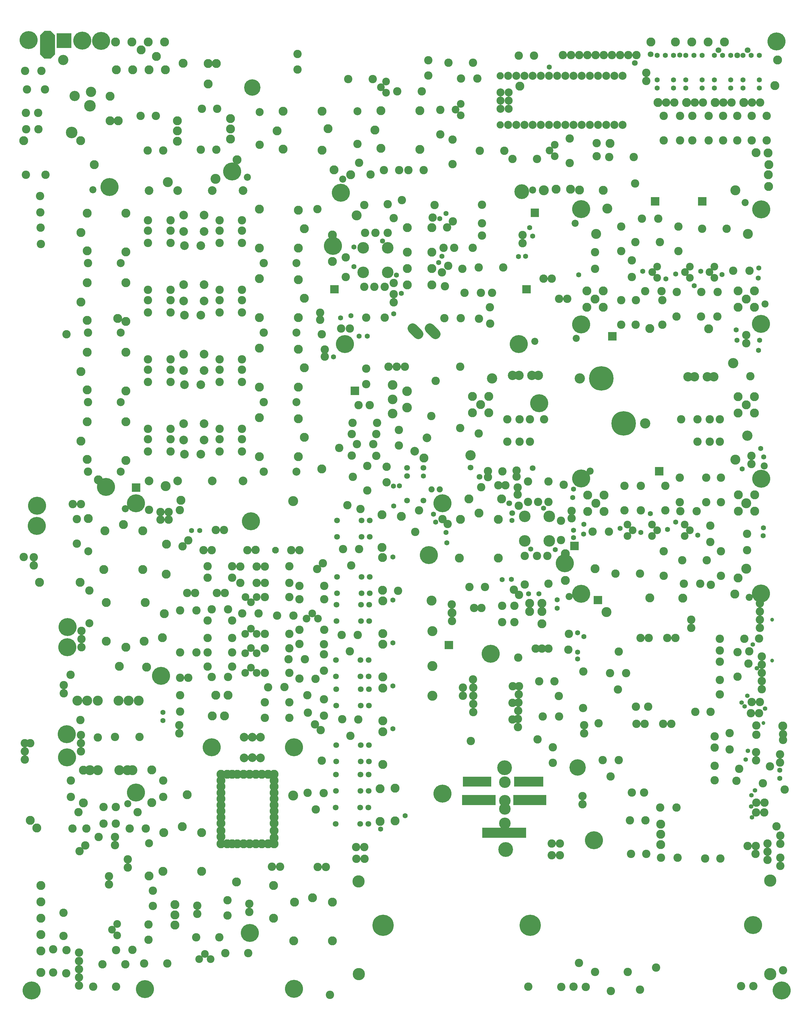
<source format=gbr>
%FSLAX34Y34*%
%MOMM*%
%LNSOLDERMASK_TOP*%
G71*
G01*
%ADD10C,2.600*%
%ADD11C,2.400*%
%ADD12C,2.800*%
%ADD13C,2.600*%
%ADD14C,5.100*%
%ADD15C,1.600*%
%ADD16C,3.100*%
%ADD17C,7.600*%
%ADD18C,3.200*%
%ADD19C,2.900*%
%ADD20C,2.600*%
%ADD21C,2.600*%
%ADD22C,5.600*%
%ADD23C,3.100*%
%ADD24C,2.400*%
%ADD25C,3.100*%
%ADD26C,5.600*%
%ADD27C,3.600*%
%ADD28C,2.800*%
%ADD29C,3.000*%
%ADD30C,1.800*%
%ADD31C,1.600*%
%ADD32C,2.700*%
%ADD33C,2.700*%
%ADD34C,2.500*%
%ADD35C,4.600*%
%ADD36C,5.600*%
%ADD37C,2.700*%
%ADD38C,2.800*%
%ADD39C,2.100*%
%ADD40C,3.100*%
%ADD41C,2.800*%
%ADD42C,6.600*%
%ADD43C,3.600*%
%ADD44C,4.600*%
%ADD45C,5.100*%
%ADD46C,3.200*%
%ADD47C,1.900*%
%ADD48C,2.500*%
%ADD49C,2.250*%
%ADD50C,1.800*%
%ADD51C,1.600*%
%ADD52C,1.200*%
%ADD53C,1.400*%
%ADD54C,3.800*%
%ADD55C,2.200*%
%ADD56C,3.200*%
%ADD57C,2.800*%
%LPD*%
X837351Y-421373D02*
G54D10*
D03*
X837401Y-345123D02*
G54D10*
D03*
X756357Y-424773D02*
G54D10*
D03*
X756470Y-475754D02*
G54D10*
D03*
X870657Y-450173D02*
G54D10*
D03*
X870769Y-501154D02*
G54D10*
D03*
X837367Y-649973D02*
G54D10*
D03*
X837417Y-573723D02*
G54D10*
D03*
X958088Y-393359D02*
G54D10*
D03*
X881838Y-393309D02*
G54D10*
D03*
X883047Y-573723D02*
G54D10*
D03*
X882997Y-649973D02*
G54D10*
D03*
X1015150Y-421374D02*
G54D10*
D03*
X1015200Y-345124D02*
G54D10*
D03*
X912482Y-545889D02*
G54D10*
D03*
X1010047Y-548323D02*
G54D10*
D03*
X1009997Y-624573D02*
G54D10*
D03*
X1086246Y-548323D02*
G54D10*
D03*
X1086196Y-624573D02*
G54D10*
D03*
X1137046Y-548323D02*
G54D10*
D03*
X1136996Y-624573D02*
G54D10*
D03*
X1236518Y-482278D02*
G54D10*
D03*
X1185538Y-482391D02*
G54D10*
D03*
X1165064Y-351555D02*
G54D10*
D03*
X1088814Y-351505D02*
G54D10*
D03*
X949722Y-468948D02*
G54D11*
D03*
X933822Y-486523D02*
G54D11*
D03*
X949756Y-504139D02*
G54D11*
D03*
X1051322Y-468948D02*
G54D11*
D03*
X1035422Y-486523D02*
G54D11*
D03*
X1051356Y-504139D02*
G54D11*
D03*
X1127522Y-468948D02*
G54D11*
D03*
X1111622Y-486523D02*
G54D11*
D03*
X1127556Y-504139D02*
G54D11*
D03*
X730622Y-545048D02*
G54D12*
D03*
X781422Y-545048D02*
G54D12*
D03*
X756022Y-570448D02*
G54D12*
D03*
X781422Y-595848D02*
G54D12*
D03*
X730622Y-595848D02*
G54D12*
D03*
X1200522Y-545048D02*
G54D12*
D03*
X1251322Y-545048D02*
G54D12*
D03*
X1225922Y-570448D02*
G54D12*
D03*
X1251322Y-595848D02*
G54D12*
D03*
X1200522Y-595848D02*
G54D12*
D03*
X902048Y-320739D02*
G54D10*
D03*
X953028Y-320626D02*
G54D10*
D03*
X837367Y-649973D02*
G54D13*
D03*
X712946Y-290354D02*
G54D14*
D03*
X963282Y-545889D02*
G54D10*
D03*
X965597Y-573723D02*
G54D10*
D03*
X965547Y-649973D02*
G54D10*
D03*
X794597Y-288573D02*
G54D10*
D03*
X705822Y-494348D02*
G54D15*
D03*
X882997Y-649973D02*
G54D13*
D03*
X965547Y-649973D02*
G54D13*
D03*
X1009997Y-624573D02*
G54D13*
D03*
X1086196Y-624573D02*
G54D13*
D03*
X1272778Y-291148D02*
G54D14*
D03*
X712946Y-649130D02*
G54D14*
D03*
X1272142Y-647542D02*
G54D14*
D03*
X762972Y-367348D02*
G54D15*
D03*
X759796Y-367347D02*
G54D16*
D03*
X1231521Y-367347D02*
G54D16*
D03*
X845572Y-956589D02*
G54D17*
D03*
X775722Y-816888D02*
G54D17*
D03*
X709047Y-816889D02*
G54D18*
D03*
X912247Y-956589D02*
G54D18*
D03*
X500172Y-806789D02*
G54D19*
D03*
X580172Y-806789D02*
G54D20*
D03*
X1045172Y-811789D02*
G54D20*
D03*
X1125172Y-811789D02*
G54D20*
D03*
X580172Y-806789D02*
G54D19*
D03*
X1045172Y-811789D02*
G54D19*
D03*
X1125172Y-811789D02*
G54D12*
D03*
X520172Y-806789D02*
G54D19*
D03*
X560172Y-806789D02*
G54D19*
D03*
X1065172Y-811788D02*
G54D19*
D03*
X1105172Y-811789D02*
G54D19*
D03*
X375747Y-923119D02*
G54D12*
D03*
X375747Y-872319D02*
G54D12*
D03*
X401147Y-897719D02*
G54D12*
D03*
X426547Y-872318D02*
G54D12*
D03*
X426547Y-923119D02*
G54D12*
D03*
X375747Y-924389D02*
G54D21*
D03*
X426547Y-924389D02*
G54D13*
D03*
X1201247Y-924389D02*
G54D12*
D03*
X1201247Y-873589D02*
G54D12*
D03*
X1226647Y-898989D02*
G54D12*
D03*
X1252047Y-873589D02*
G54D12*
D03*
X1252047Y-924389D02*
G54D12*
D03*
X1201247Y-924389D02*
G54D21*
D03*
X1252047Y-924389D02*
G54D13*
D03*
X1074704Y-1013026D02*
G54D10*
D03*
X1074704Y-943176D02*
G54D10*
D03*
X1144554Y-1013026D02*
G54D10*
D03*
X1144554Y-943176D02*
G54D10*
D03*
X1112804Y-943176D02*
G54D10*
D03*
X1112804Y-1013026D02*
G54D10*
D03*
X1144555Y-1013026D02*
G54D13*
D03*
X1144555Y-943176D02*
G54D13*
D03*
X484154Y-1013026D02*
G54D10*
D03*
X484154Y-943176D02*
G54D10*
D03*
X554004Y-1013026D02*
G54D10*
D03*
X554004Y-943176D02*
G54D10*
D03*
X522254Y-943176D02*
G54D10*
D03*
X522254Y-1013026D02*
G54D10*
D03*
X554005Y-1013026D02*
G54D13*
D03*
X554005Y-943176D02*
G54D13*
D03*
X1125172Y-811789D02*
G54D19*
D03*
X598455Y-943176D02*
G54D21*
D03*
X1023905Y-943176D02*
G54D21*
D03*
X1239447Y-810064D02*
G54D21*
D03*
X394897Y-987864D02*
G54D21*
D03*
X375747Y-873589D02*
G54D13*
D03*
X426547Y-873588D02*
G54D13*
D03*
X1201247Y-873589D02*
G54D13*
D03*
X1252047Y-873589D02*
G54D13*
D03*
X1252047Y-924389D02*
G54D13*
D03*
X712946Y-1126967D02*
G54D14*
D03*
X1272778Y-1127760D02*
G54D22*
D03*
X712946Y-1485742D02*
G54D22*
D03*
X1272142Y-1484154D02*
G54D14*
D03*
X1226521Y-1203960D02*
G54D23*
D03*
X35922Y-486888D02*
G54D24*
D03*
X112122Y-486888D02*
G54D24*
D03*
X112122Y-410688D02*
G54D24*
D03*
X35922Y-410688D02*
G54D24*
D03*
X112034Y-275665D02*
G54D10*
D03*
X112034Y-364565D02*
G54D10*
D03*
X73934Y-364565D02*
G54D10*
D03*
X42184Y-364565D02*
G54D10*
D03*
X102390Y-627455D02*
G54D10*
D03*
X38891Y-532205D02*
G54D10*
D03*
X70640Y-532205D02*
G54D10*
D03*
X102390Y-532205D02*
G54D10*
D03*
X130873Y-519916D02*
G54D10*
D03*
X38890Y-278205D02*
G54D10*
D03*
X156484Y-262965D02*
G54D10*
D03*
X318912Y-410654D02*
G54D10*
D03*
X376062Y-410654D02*
G54D10*
D03*
X404762Y-334454D02*
G54D10*
D03*
X404762Y-277304D02*
G54D10*
D03*
X343712Y-476278D02*
G54D10*
D03*
X289760Y-530160D02*
G54D10*
D03*
X343712Y-476278D02*
G54D13*
D03*
X471488Y-472226D02*
G54D10*
D03*
X395238Y-472176D02*
G54D10*
D03*
X471488Y-472226D02*
G54D13*
D03*
X350662Y-550354D02*
G54D10*
D03*
X401462Y-550354D02*
G54D10*
D03*
X401462Y-550354D02*
G54D10*
D03*
X430069Y-646460D02*
G54D10*
D03*
X429957Y-595480D02*
G54D10*
D03*
X430069Y-646460D02*
G54D10*
D03*
X404762Y-372554D02*
G54D10*
D03*
X436512Y-550354D02*
G54D10*
D03*
X285892Y-410654D02*
G54D10*
D03*
X296812Y-347154D02*
G54D10*
D03*
X173116Y-348650D02*
G54D12*
D03*
X249316Y-348650D02*
G54D12*
D03*
X173116Y-424850D02*
G54D12*
D03*
X173116Y-475650D02*
G54D12*
D03*
X173116Y-526450D02*
G54D12*
D03*
X249316Y-424850D02*
G54D12*
D03*
X249316Y-475650D02*
G54D12*
D03*
X249316Y-526450D02*
G54D12*
D03*
X249316Y-348650D02*
G54D10*
D03*
X395567Y-631453D02*
G54D10*
D03*
X339347Y-629208D02*
G54D10*
D03*
X339347Y-629208D02*
G54D10*
D03*
X288547Y-629208D02*
G54D10*
D03*
G54D25*
X260499Y-678698D02*
X242821Y-661020D01*
G54D25*
X206524Y-678698D02*
X188846Y-661020D01*
X-58340Y-404654D02*
G54D26*
D03*
X257572Y-277654D02*
G54D21*
D03*
X35922Y-410688D02*
G54D27*
D03*
X35922Y-486888D02*
G54D27*
D03*
X112122Y-486888D02*
G54D27*
D03*
X112122Y-410688D02*
G54D27*
D03*
X614400Y-1245090D02*
G54D24*
D03*
X538200Y-1245090D02*
G54D24*
D03*
X538200Y-1321290D02*
G54D24*
D03*
X614400Y-1321290D02*
G54D24*
D03*
X538288Y-1456313D02*
G54D10*
D03*
X538288Y-1367413D02*
G54D10*
D03*
X576388Y-1367413D02*
G54D10*
D03*
X608138Y-1367413D02*
G54D10*
D03*
X611432Y-1136273D02*
G54D10*
D03*
X547932Y-1136273D02*
G54D10*
D03*
X611431Y-1199773D02*
G54D10*
D03*
X579682Y-1199773D02*
G54D10*
D03*
X547932Y-1199773D02*
G54D10*
D03*
X519449Y-1212062D02*
G54D10*
D03*
X611432Y-1453773D02*
G54D10*
D03*
X659450Y-1146349D02*
G54D21*
D03*
X614400Y-1321290D02*
G54D27*
D03*
X614400Y-1245090D02*
G54D27*
D03*
X538200Y-1245090D02*
G54D27*
D03*
X538200Y-1321290D02*
G54D27*
D03*
X335192Y-1374671D02*
G54D12*
D03*
X338366Y-1254021D02*
G54D12*
D03*
X455842Y-1374671D02*
G54D12*
D03*
X455842Y-1254021D02*
G54D12*
D03*
X395517Y-1234558D02*
G54D12*
D03*
X338366Y-1254021D02*
G54D28*
D03*
X364213Y-1190440D02*
G54D12*
D03*
X465813Y-1190440D02*
G54D12*
D03*
X553113Y-1514580D02*
G54D12*
D03*
X553113Y-1539980D02*
G54D12*
D03*
X591213Y-1539980D02*
G54D12*
D03*
X591213Y-1578080D02*
G54D12*
D03*
X505708Y-1522586D02*
G54D10*
D03*
X505821Y-1573566D02*
G54D10*
D03*
X505708Y-1522586D02*
G54D10*
D03*
X467608Y-1522586D02*
G54D10*
D03*
X467720Y-1573566D02*
G54D10*
D03*
X467608Y-1522586D02*
G54D10*
D03*
X591213Y-1514580D02*
G54D12*
D03*
X402180Y-1154630D02*
G54D10*
D03*
X364213Y-1190440D02*
G54D12*
D03*
X172171Y-856141D02*
G54D29*
D03*
X172171Y-906941D02*
G54D29*
D03*
X127721Y-881540D02*
G54D29*
D03*
X127721Y-925991D02*
G54D29*
D03*
X127721Y-837091D02*
G54D29*
D03*
X140421Y-779941D02*
G54D10*
D03*
X115021Y-779941D02*
G54D10*
D03*
X165821Y-779941D02*
G54D10*
D03*
X79336Y-954566D02*
G54D10*
D03*
X3086Y-954516D02*
G54D10*
D03*
X394Y-988826D02*
G54D10*
D03*
X76644Y-988876D02*
G54D10*
D03*
X16328Y-1020302D02*
G54D10*
D03*
X67308Y-1020190D02*
G54D10*
D03*
X45171Y-786203D02*
G54D10*
D03*
X45171Y-834003D02*
G54D10*
D03*
X48781Y-1087828D02*
G54D10*
D03*
X48731Y-1164077D02*
G54D10*
D03*
X108671Y-1138890D02*
G54D10*
D03*
X108671Y-1091091D02*
G54D10*
D03*
X21227Y-899047D02*
G54D10*
D03*
X56327Y-899046D02*
G54D10*
D03*
X146771Y-1024591D02*
G54D10*
D03*
X146771Y-976790D02*
G54D10*
D03*
X449Y-1056473D02*
G54D10*
D03*
X76699Y-1056523D02*
G54D10*
D03*
X247646Y-932896D02*
G54D10*
D03*
X108671Y-1138890D02*
G54D10*
D03*
G36*
X23121Y-841871D02*
X23121Y-867871D01*
X-2879Y-867871D01*
X-2879Y-841871D01*
X23121Y-841871D01*
G37*
X222971Y-1094352D02*
G54D30*
D03*
X222971Y-1119752D02*
G54D31*
D03*
X172171Y-1094353D02*
G54D31*
D03*
X172171Y-1119753D02*
G54D30*
D03*
X222971Y-1195953D02*
G54D31*
D03*
X172171Y-1195953D02*
G54D31*
D03*
X225003Y-1063587D02*
G54D12*
D03*
X209308Y-1226092D02*
G54D21*
D03*
X172171Y-1094353D02*
G54D30*
D03*
X222971Y-1195953D02*
G54D30*
D03*
X172171Y-1195953D02*
G54D30*
D03*
X-562820Y-1043040D02*
G54D10*
D03*
X-632670Y-1043040D02*
G54D10*
D03*
X-562820Y-973190D02*
G54D10*
D03*
X-632670Y-973190D02*
G54D10*
D03*
X-632670Y-1004940D02*
G54D10*
D03*
X-562820Y-1004940D02*
G54D10*
D03*
X-519412Y-1051811D02*
G54D32*
D03*
X-468430Y-1051699D02*
G54D32*
D03*
X-340570Y-1043040D02*
G54D10*
D03*
X-410420Y-1043040D02*
G54D10*
D03*
X-340570Y-973190D02*
G54D10*
D03*
X-410420Y-973190D02*
G54D10*
D03*
X-410420Y-1004940D02*
G54D10*
D03*
X-340570Y-1004940D02*
G54D10*
D03*
X-458347Y-1007713D02*
G54D10*
D03*
X-458460Y-956733D02*
G54D10*
D03*
X-521847Y-1007713D02*
G54D10*
D03*
X-521960Y-956733D02*
G54D10*
D03*
X-340570Y-973190D02*
G54D13*
D03*
X-410420Y-973190D02*
G54D13*
D03*
X-458460Y-956732D02*
G54D33*
D03*
X-521960Y-956732D02*
G54D13*
D03*
X-562820Y-973190D02*
G54D13*
D03*
X-632670Y-973190D02*
G54D13*
D03*
X-521847Y-1007713D02*
G54D32*
D03*
X-521960Y-956733D02*
G54D32*
D03*
X-458460Y-956733D02*
G54D32*
D03*
X-458347Y-1007713D02*
G54D32*
D03*
X-286357Y-938748D02*
G54D12*
D03*
X-165707Y-941922D02*
G54D12*
D03*
X-286357Y-1059398D02*
G54D12*
D03*
X-165707Y-1059398D02*
G54D12*
D03*
X-146894Y-999073D02*
G54D12*
D03*
X-272850Y-1105678D02*
G54D34*
D03*
X-171250Y-1105677D02*
G54D34*
D03*
X-165707Y-941922D02*
G54D12*
D03*
X-701352Y-1071486D02*
G54D12*
D03*
X-822002Y-1068312D02*
G54D12*
D03*
X-701352Y-950836D02*
G54D12*
D03*
X-822002Y-950836D02*
G54D12*
D03*
X-840814Y-1011161D02*
G54D12*
D03*
X-822001Y-1068312D02*
G54D12*
D03*
X-822002Y-950836D02*
G54D12*
D03*
X-818950Y-1105678D02*
G54D34*
D03*
X-717350Y-1105677D02*
G54D34*
D03*
X-272850Y-1105678D02*
G54D10*
D03*
X-818950Y-1105678D02*
G54D10*
D03*
X-562820Y-827140D02*
G54D10*
D03*
X-632670Y-827140D02*
G54D10*
D03*
X-562820Y-757290D02*
G54D10*
D03*
X-632670Y-757290D02*
G54D10*
D03*
X-632670Y-789040D02*
G54D10*
D03*
X-562820Y-789040D02*
G54D10*
D03*
X-519412Y-835911D02*
G54D32*
D03*
X-468430Y-835799D02*
G54D32*
D03*
X-340570Y-827140D02*
G54D10*
D03*
X-410420Y-827140D02*
G54D10*
D03*
X-340570Y-757290D02*
G54D10*
D03*
X-410420Y-757290D02*
G54D10*
D03*
X-410420Y-789040D02*
G54D10*
D03*
X-340570Y-789040D02*
G54D10*
D03*
X-458347Y-791813D02*
G54D10*
D03*
X-458460Y-740832D02*
G54D10*
D03*
X-521847Y-791813D02*
G54D10*
D03*
X-521960Y-740833D02*
G54D10*
D03*
X-340570Y-757290D02*
G54D13*
D03*
X-410420Y-757290D02*
G54D13*
D03*
X-458460Y-740832D02*
G54D33*
D03*
X-521960Y-740832D02*
G54D13*
D03*
X-562820Y-757290D02*
G54D13*
D03*
X-632670Y-757290D02*
G54D13*
D03*
X-521847Y-791813D02*
G54D32*
D03*
X-521960Y-740833D02*
G54D32*
D03*
X-458460Y-740832D02*
G54D32*
D03*
X-458347Y-791813D02*
G54D32*
D03*
X-286357Y-722848D02*
G54D12*
D03*
X-165707Y-726022D02*
G54D12*
D03*
X-286357Y-843498D02*
G54D12*
D03*
X-165707Y-843498D02*
G54D12*
D03*
X-146894Y-783173D02*
G54D12*
D03*
X-272850Y-889778D02*
G54D34*
D03*
X-171250Y-889777D02*
G54D34*
D03*
X-165707Y-726022D02*
G54D12*
D03*
X-701352Y-855586D02*
G54D12*
D03*
X-822002Y-852412D02*
G54D12*
D03*
X-701352Y-734936D02*
G54D12*
D03*
X-822002Y-734936D02*
G54D12*
D03*
X-840814Y-795261D02*
G54D12*
D03*
X-822001Y-852413D02*
G54D12*
D03*
X-822002Y-734936D02*
G54D12*
D03*
X-818950Y-889778D02*
G54D34*
D03*
X-717350Y-889777D02*
G54D34*
D03*
X-272850Y-889778D02*
G54D10*
D03*
X-818950Y-889778D02*
G54D10*
D03*
X-562820Y-611240D02*
G54D10*
D03*
X-632670Y-611240D02*
G54D10*
D03*
X-562820Y-541390D02*
G54D10*
D03*
X-632670Y-541390D02*
G54D10*
D03*
X-632670Y-573140D02*
G54D10*
D03*
X-562820Y-573140D02*
G54D10*
D03*
X-519412Y-620011D02*
G54D32*
D03*
X-468430Y-619899D02*
G54D32*
D03*
X-340570Y-611240D02*
G54D10*
D03*
X-410420Y-611240D02*
G54D10*
D03*
X-340570Y-541390D02*
G54D10*
D03*
X-410420Y-541390D02*
G54D10*
D03*
X-410420Y-573140D02*
G54D10*
D03*
X-340570Y-573140D02*
G54D10*
D03*
X-458347Y-575913D02*
G54D10*
D03*
X-458460Y-524932D02*
G54D10*
D03*
X-521847Y-575913D02*
G54D10*
D03*
X-521960Y-524932D02*
G54D10*
D03*
X-340570Y-541390D02*
G54D13*
D03*
X-410420Y-541390D02*
G54D13*
D03*
X-458460Y-524932D02*
G54D33*
D03*
X-521960Y-524932D02*
G54D13*
D03*
X-562820Y-541390D02*
G54D13*
D03*
X-632670Y-541390D02*
G54D13*
D03*
X-521847Y-575913D02*
G54D32*
D03*
X-521960Y-524932D02*
G54D32*
D03*
X-458460Y-524932D02*
G54D32*
D03*
X-458347Y-575913D02*
G54D32*
D03*
X-286357Y-506948D02*
G54D12*
D03*
X-165707Y-510122D02*
G54D12*
D03*
X-286357Y-627598D02*
G54D12*
D03*
X-165707Y-627598D02*
G54D12*
D03*
X-146894Y-567273D02*
G54D12*
D03*
X-272850Y-673878D02*
G54D34*
D03*
X-171250Y-673878D02*
G54D34*
D03*
X-165707Y-510122D02*
G54D12*
D03*
X-701352Y-639686D02*
G54D12*
D03*
X-822002Y-636512D02*
G54D12*
D03*
X-701352Y-519036D02*
G54D12*
D03*
X-822002Y-519036D02*
G54D12*
D03*
X-840814Y-579361D02*
G54D12*
D03*
X-822001Y-636512D02*
G54D12*
D03*
X-822002Y-519036D02*
G54D12*
D03*
X-818950Y-673878D02*
G54D34*
D03*
X-717350Y-673878D02*
G54D34*
D03*
X-272850Y-673878D02*
G54D10*
D03*
X-818950Y-673878D02*
G54D10*
D03*
X-562820Y-395340D02*
G54D10*
D03*
X-632670Y-395340D02*
G54D10*
D03*
X-562820Y-325490D02*
G54D10*
D03*
X-632670Y-325490D02*
G54D10*
D03*
X-632670Y-357240D02*
G54D10*
D03*
X-562820Y-357240D02*
G54D10*
D03*
X-519412Y-404111D02*
G54D32*
D03*
X-468430Y-403999D02*
G54D32*
D03*
X-340570Y-395340D02*
G54D10*
D03*
X-410420Y-395340D02*
G54D10*
D03*
X-340570Y-325490D02*
G54D10*
D03*
X-410420Y-325490D02*
G54D10*
D03*
X-410420Y-357240D02*
G54D10*
D03*
X-340570Y-357240D02*
G54D10*
D03*
X-458347Y-360013D02*
G54D10*
D03*
X-458460Y-309032D02*
G54D10*
D03*
X-521847Y-360013D02*
G54D10*
D03*
X-521960Y-309033D02*
G54D10*
D03*
X-340570Y-325490D02*
G54D13*
D03*
X-410420Y-325490D02*
G54D13*
D03*
X-458460Y-309032D02*
G54D33*
D03*
X-521960Y-309032D02*
G54D13*
D03*
X-562820Y-325490D02*
G54D13*
D03*
X-632670Y-325490D02*
G54D13*
D03*
X-521847Y-360013D02*
G54D32*
D03*
X-521960Y-309033D02*
G54D32*
D03*
X-458460Y-309033D02*
G54D32*
D03*
X-458347Y-360013D02*
G54D32*
D03*
X-286357Y-291048D02*
G54D12*
D03*
X-165707Y-294222D02*
G54D12*
D03*
X-286357Y-411698D02*
G54D12*
D03*
X-165707Y-411698D02*
G54D12*
D03*
X-146894Y-351373D02*
G54D12*
D03*
X-272850Y-457978D02*
G54D34*
D03*
X-171250Y-457978D02*
G54D34*
D03*
X-165707Y-294222D02*
G54D12*
D03*
X-701352Y-423786D02*
G54D12*
D03*
X-822002Y-420612D02*
G54D12*
D03*
X-701352Y-303136D02*
G54D12*
D03*
X-822002Y-303136D02*
G54D12*
D03*
X-840814Y-363461D02*
G54D12*
D03*
X-822001Y-420612D02*
G54D12*
D03*
X-822002Y-303136D02*
G54D12*
D03*
X-818950Y-457978D02*
G54D34*
D03*
X-717350Y-457978D02*
G54D34*
D03*
X-272850Y-457978D02*
G54D10*
D03*
X-818950Y-457978D02*
G54D10*
D03*
X-337696Y-1134713D02*
G54D32*
D03*
X-337696Y-1134713D02*
G54D32*
D03*
X-432946Y-1134713D02*
G54D32*
D03*
X-432946Y-1134713D02*
G54D32*
D03*
X-540896Y-1134713D02*
G54D32*
D03*
X-540896Y-1134713D02*
G54D32*
D03*
X-629796Y-1134713D02*
G54D32*
D03*
X-629796Y-1134713D02*
G54D32*
D03*
X-337696Y-233013D02*
G54D32*
D03*
X-337696Y-233013D02*
G54D32*
D03*
X-432946Y-233013D02*
G54D32*
D03*
X-432946Y-233013D02*
G54D32*
D03*
X-540896Y-233013D02*
G54D32*
D03*
X-540896Y-233013D02*
G54D32*
D03*
X-629796Y-233013D02*
G54D32*
D03*
X-629796Y-233013D02*
G54D32*
D03*
X-886432Y-679543D02*
G54D21*
D03*
X-92682Y-679543D02*
G54D21*
D03*
X519271Y-709455D02*
G54D22*
D03*
X528795Y-236380D02*
G54D35*
D03*
X-20480Y-709455D02*
G54D22*
D03*
X-33180Y-239554D02*
G54D22*
D03*
X-641533Y-1512229D02*
G54D12*
D03*
X-644707Y-1632879D02*
G54D12*
D03*
X-762182Y-1512229D02*
G54D12*
D03*
X-762182Y-1632879D02*
G54D12*
D03*
X-701858Y-1651692D02*
G54D12*
D03*
X-769732Y-1410360D02*
G54D12*
D03*
X-766558Y-1289710D02*
G54D12*
D03*
X-649082Y-1410360D02*
G54D12*
D03*
X-649083Y-1289710D02*
G54D12*
D03*
X-709408Y-1270422D02*
G54D12*
D03*
X-814812Y-1474936D02*
G54D34*
D03*
X-814812Y-1576536D02*
G54D34*
D03*
X-814812Y-1474936D02*
G54D10*
D03*
X-818610Y-1251740D02*
G54D34*
D03*
X-818610Y-1353341D02*
G54D34*
D03*
X-818610Y-1251740D02*
G54D10*
D03*
X-818610Y-1251740D02*
G54D12*
D03*
X-644707Y-1632879D02*
G54D12*
D03*
X-649083Y-1289710D02*
G54D12*
D03*
X-766558Y-1289710D02*
G54D12*
D03*
X-649083Y-1289710D02*
G54D12*
D03*
X-670322Y-1203960D02*
G54D14*
D03*
X282178Y-1203960D02*
G54D14*
D03*
X-670322Y-2102485D02*
G54D14*
D03*
X282178Y-2105660D02*
G54D22*
D03*
X366233Y-1464280D02*
G54D10*
D03*
X414033Y-1464280D02*
G54D10*
D03*
X366233Y-1464279D02*
G54D10*
D03*
X1274829Y-1679870D02*
G54D21*
D03*
X1274830Y-1705270D02*
G54D21*
D03*
X1257366Y-1894182D02*
G54D21*
D03*
X1257367Y-1922758D02*
G54D21*
D03*
X1243645Y-1821120D02*
G54D21*
D03*
X1269045Y-1821120D02*
G54D21*
D03*
X248211Y-1506461D02*
G54D23*
D03*
X251386Y-1601711D02*
G54D23*
D03*
X251386Y-1709661D02*
G54D23*
D03*
X251386Y-1801736D02*
G54D23*
D03*
X-179183Y-1962199D02*
G54D36*
D03*
X-434884Y-1962299D02*
G54D36*
D03*
X-334158Y-1930374D02*
G54D37*
D03*
X-308784Y-1930499D02*
G54D37*
D03*
X-283340Y-1930474D02*
G54D37*
D03*
X-86078Y-1864115D02*
G54D10*
D03*
X-86253Y-1813123D02*
G54D10*
D03*
X-384008Y-1800249D02*
G54D38*
D03*
X-433408Y-1864349D02*
G54D38*
D03*
X-395408Y-1864349D02*
G54D38*
D03*
X-422108Y-1800249D02*
G54D38*
D03*
X-533284Y-1851099D02*
G54D10*
D03*
X-533408Y-1800182D02*
G54D10*
D03*
X-269758Y-1822524D02*
G54D10*
D03*
X-193508Y-1822574D02*
G54D10*
D03*
X-535858Y-1919224D02*
G54D10*
D03*
X-535858Y-1893724D02*
G54D10*
D03*
X-269758Y-1870149D02*
G54D10*
D03*
X-193509Y-1870199D02*
G54D10*
D03*
X-295158Y-1451049D02*
G54D10*
D03*
X-346075Y-1451174D02*
G54D10*
D03*
X-330084Y-1495499D02*
G54D11*
D03*
X-312508Y-1511399D02*
G54D11*
D03*
X-294892Y-1495464D02*
G54D11*
D03*
X-323734Y-1349449D02*
G54D10*
D03*
X-298308Y-1349399D02*
G54D10*
D03*
X-269758Y-1495499D02*
G54D10*
D03*
X-193584Y-1495499D02*
G54D10*
D03*
X-447558Y-1435174D02*
G54D10*
D03*
X-371308Y-1435224D02*
G54D10*
D03*
X-288808Y-1546299D02*
G54D10*
D03*
X-339725Y-1546424D02*
G54D10*
D03*
X-295158Y-1609799D02*
G54D11*
D03*
X-312758Y-1593899D02*
G54D11*
D03*
X-330350Y-1609834D02*
G54D11*
D03*
X-294784Y-1670199D02*
G54D11*
D03*
X-312758Y-1654224D02*
G54D11*
D03*
X-330350Y-1670159D02*
G54D11*
D03*
X-269758Y-1609799D02*
G54D10*
D03*
X-193584Y-1609799D02*
G54D10*
D03*
X-295159Y-1730499D02*
G54D11*
D03*
X-312758Y-1714549D02*
G54D11*
D03*
X-330350Y-1730484D02*
G54D11*
D03*
X-447558Y-1666949D02*
G54D10*
D03*
X-371308Y-1666999D02*
G54D10*
D03*
X-447350Y-1711128D02*
G54D10*
D03*
X-371100Y-1711178D02*
G54D10*
D03*
X-269758Y-1730449D02*
G54D10*
D03*
X-193484Y-1730499D02*
G54D10*
D03*
X-208438Y-1775239D02*
G54D10*
D03*
X-259354Y-1775364D02*
G54D10*
D03*
X-269758Y-1654249D02*
G54D10*
D03*
X-193508Y-1654299D02*
G54D10*
D03*
X-112483Y-1749099D02*
G54D21*
D03*
X-137467Y-1800031D02*
G54D21*
D03*
X-162366Y-1748984D02*
G54D21*
D03*
X-104658Y-1562174D02*
G54D11*
D03*
X-122459Y-1546374D02*
G54D11*
D03*
X-139849Y-1562209D02*
G54D11*
D03*
X-460258Y-1349449D02*
G54D10*
D03*
X-434684Y-1349499D02*
G54D10*
D03*
X-161808Y-1460574D02*
G54D10*
D03*
X-85558Y-1460624D02*
G54D10*
D03*
X-161808Y-1501849D02*
G54D10*
D03*
X-85558Y-1501899D02*
G54D10*
D03*
X-180858Y-1552649D02*
G54D10*
D03*
X-231775Y-1552774D02*
G54D10*
D03*
X-161808Y-1597099D02*
G54D10*
D03*
X-85558Y-1597149D02*
G54D10*
D03*
X-85658Y-1724124D02*
G54D10*
D03*
X-85771Y-1673144D02*
G54D10*
D03*
X-85609Y-1641549D02*
G54D10*
D03*
X-161884Y-1641499D02*
G54D10*
D03*
X-511008Y-1482774D02*
G54D10*
D03*
X-486146Y-1483086D02*
G54D10*
D03*
X-482484Y-1666949D02*
G54D10*
D03*
X-533458Y-1667099D02*
G54D10*
D03*
X-447558Y-1622499D02*
G54D10*
D03*
X-371308Y-1622549D02*
G54D10*
D03*
X-384058Y-1743149D02*
G54D10*
D03*
X-435034Y-1743299D02*
G54D10*
D03*
X-507458Y-1746299D02*
G54D10*
D03*
X-532758Y-1745999D02*
G54D10*
D03*
X-482484Y-1536774D02*
G54D10*
D03*
X-533458Y-1536874D02*
G54D10*
D03*
X-161808Y-1349449D02*
G54D10*
D03*
X-187284Y-1349449D02*
G54D10*
D03*
X-447558Y-1568524D02*
G54D10*
D03*
X-371308Y-1568574D02*
G54D10*
D03*
X-384084Y-1533574D02*
G54D10*
D03*
X-434984Y-1533774D02*
G54D10*
D03*
X-418984Y-1482799D02*
G54D10*
D03*
X-394084Y-1483099D02*
G54D10*
D03*
X-269758Y-1451049D02*
G54D10*
D03*
X-193584Y-1451049D02*
G54D10*
D03*
X-269758Y-1400249D02*
G54D10*
D03*
X-193584Y-1400199D02*
G54D10*
D03*
X-447584Y-1400199D02*
G54D10*
D03*
X-371383Y-1400199D02*
G54D10*
D03*
X-295158Y-1400249D02*
G54D10*
D03*
X-346075Y-1400374D02*
G54D10*
D03*
X-236534Y-1349449D02*
G54D39*
D03*
X-196458Y-1688864D02*
G54D10*
D03*
X-145478Y-1688752D02*
G54D10*
D03*
X-136359Y-1854324D02*
G54D10*
D03*
X-283284Y-1994799D02*
G54D37*
D03*
X-308584Y-1994599D02*
G54D37*
D03*
X-334071Y-1994668D02*
G54D37*
D03*
X53966Y-2006110D02*
G54D31*
D03*
X28566Y-2006110D02*
G54D31*
D03*
X53966Y-1955310D02*
G54D31*
D03*
X28566Y-1955310D02*
G54D31*
D03*
X-47634Y-2006110D02*
G54D30*
D03*
X-47634Y-1955310D02*
G54D31*
D03*
X96575Y-2014994D02*
G54D12*
D03*
X96575Y-1913394D02*
G54D12*
D03*
X134768Y-2089103D02*
G54D12*
D03*
X53966Y-1832676D02*
G54D31*
D03*
X28566Y-1832675D02*
G54D31*
D03*
X53966Y-1781876D02*
G54D31*
D03*
X28566Y-1781876D02*
G54D31*
D03*
X-47634Y-1832676D02*
G54D31*
D03*
X-47634Y-1781876D02*
G54D31*
D03*
X20866Y-1875305D02*
G54D21*
D03*
X-4117Y-1926238D02*
G54D21*
D03*
X-29016Y-1875191D02*
G54D21*
D03*
X56348Y-1483425D02*
G54D31*
D03*
X30948Y-1483426D02*
G54D31*
D03*
X56348Y-1432626D02*
G54D31*
D03*
X30948Y-1432626D02*
G54D31*
D03*
X-45252Y-1483426D02*
G54D31*
D03*
X-45252Y-1432626D02*
G54D31*
D03*
X56348Y-1308007D02*
G54D31*
D03*
X30948Y-1308007D02*
G54D31*
D03*
X56348Y-1257206D02*
G54D31*
D03*
X30948Y-1257207D02*
G54D31*
D03*
X-45252Y-1308006D02*
G54D31*
D03*
X-45252Y-1257207D02*
G54D31*
D03*
X23248Y-1346668D02*
G54D21*
D03*
X-1736Y-1397600D02*
G54D21*
D03*
X-26635Y-1346554D02*
G54D21*
D03*
X19279Y-1612971D02*
G54D21*
D03*
X-5704Y-1663903D02*
G54D21*
D03*
X-30604Y-1612856D02*
G54D21*
D03*
X54760Y-1569944D02*
G54D31*
D03*
X29360Y-1569944D02*
G54D31*
D03*
X54760Y-1519144D02*
G54D31*
D03*
X29360Y-1519144D02*
G54D31*
D03*
X-46840Y-1569944D02*
G54D31*
D03*
X-46840Y-1519144D02*
G54D31*
D03*
X53173Y-1742188D02*
G54D31*
D03*
X27773Y-1742188D02*
G54D31*
D03*
X53173Y-1691388D02*
G54D31*
D03*
X27773Y-1691388D02*
G54D31*
D03*
X-48427Y-1742188D02*
G54D31*
D03*
X-48427Y-1691388D02*
G54D31*
D03*
X96575Y-1879659D02*
G54D12*
D03*
X96575Y-1778059D02*
G54D12*
D03*
X96972Y-1743531D02*
G54D12*
D03*
X96972Y-1641931D02*
G54D12*
D03*
X96972Y-1608990D02*
G54D12*
D03*
X96972Y-1507390D02*
G54D12*
D03*
X95782Y-1474450D02*
G54D12*
D03*
X95782Y-1372850D02*
G54D12*
D03*
X94194Y-1341100D02*
G54D12*
D03*
X94194Y-1239500D02*
G54D12*
D03*
X144467Y-1475656D02*
G54D21*
D03*
X-92864Y-2003500D02*
G54D21*
D03*
X-47634Y-1955310D02*
G54D30*
D03*
X28566Y-2006110D02*
G54D30*
D03*
X53966Y-2006110D02*
G54D30*
D03*
X28566Y-1955310D02*
G54D30*
D03*
X53966Y-1955310D02*
G54D30*
D03*
X-47634Y-1832676D02*
G54D30*
D03*
X-47634Y-1781876D02*
G54D30*
D03*
X28566Y-1832675D02*
G54D30*
D03*
X53966Y-1832676D02*
G54D30*
D03*
X53966Y-1781876D02*
G54D30*
D03*
X28567Y-1781876D02*
G54D30*
D03*
X27773Y-1742188D02*
G54D30*
D03*
X53173Y-1742188D02*
G54D30*
D03*
X53173Y-1691388D02*
G54D30*
D03*
X27773Y-1691388D02*
G54D30*
D03*
X-48427Y-1742188D02*
G54D30*
D03*
X-48427Y-1691388D02*
G54D30*
D03*
X-46840Y-1569944D02*
G54D30*
D03*
X29360Y-1569944D02*
G54D30*
D03*
X-46840Y-1519144D02*
G54D30*
D03*
X29360Y-1519144D02*
G54D30*
D03*
X54760Y-1519144D02*
G54D30*
D03*
X54760Y-1569944D02*
G54D30*
D03*
X-45252Y-1483426D02*
G54D30*
D03*
X-45252Y-1432626D02*
G54D30*
D03*
X30948Y-1483426D02*
G54D30*
D03*
X56348Y-1483425D02*
G54D30*
D03*
X56348Y-1432626D02*
G54D30*
D03*
X30948Y-1432625D02*
G54D30*
D03*
X-45252Y-1308006D02*
G54D30*
D03*
X-45252Y-1257207D02*
G54D30*
D03*
X30948Y-1308007D02*
G54D30*
D03*
X56348Y-1308007D02*
G54D30*
D03*
X56348Y-1257206D02*
G54D30*
D03*
X30948Y-1257207D02*
G54D30*
D03*
X19279Y-1612971D02*
G54D21*
D03*
X23248Y-1346668D02*
G54D21*
D03*
X51982Y-2199783D02*
G54D31*
D03*
X26582Y-2199783D02*
G54D31*
D03*
X51982Y-2148983D02*
G54D31*
D03*
X26582Y-2148983D02*
G54D31*
D03*
X-49618Y-2199783D02*
G54D30*
D03*
X-49618Y-2148983D02*
G54D31*
D03*
X-49618Y-2148983D02*
G54D30*
D03*
X26582Y-2199783D02*
G54D30*
D03*
X51982Y-2199783D02*
G54D30*
D03*
X26582Y-2148983D02*
G54D30*
D03*
X51982Y-2148983D02*
G54D30*
D03*
X-86687Y-2103905D02*
G54D21*
D03*
X-111670Y-2154838D02*
G54D21*
D03*
X-136569Y-2103791D02*
G54D21*
D03*
X88730Y-2090294D02*
G54D12*
D03*
X88730Y-2191893D02*
G54D12*
D03*
X134768Y-2089103D02*
G54D12*
D03*
X134768Y-2190703D02*
G54D12*
D03*
X52776Y-2097389D02*
G54D31*
D03*
X27376Y-2097389D02*
G54D31*
D03*
X52776Y-2046589D02*
G54D31*
D03*
X27376Y-2046589D02*
G54D31*
D03*
X-48824Y-2097390D02*
G54D30*
D03*
X-48825Y-2046589D02*
G54D31*
D03*
X-48825Y-2046589D02*
G54D30*
D03*
X27376Y-2097389D02*
G54D30*
D03*
X52776Y-2097389D02*
G54D30*
D03*
X27375Y-2046589D02*
G54D30*
D03*
X52776Y-2046589D02*
G54D30*
D03*
X-181724Y-1197467D02*
G54D40*
D03*
X-181724Y-2111867D02*
G54D23*
D03*
X-240739Y-2160511D02*
G54D41*
D03*
X-240739Y-2141461D02*
G54D41*
D03*
X-240739Y-2122411D02*
G54D41*
D03*
X-240739Y-2103361D02*
G54D41*
D03*
X-240739Y-2084311D02*
G54D41*
D03*
X-240739Y-2065261D02*
G54D41*
D03*
X-240739Y-2046211D02*
G54D41*
D03*
X-240739Y-2179561D02*
G54D41*
D03*
X-240739Y-2198611D02*
G54D41*
D03*
X-240739Y-2220836D02*
G54D41*
D03*
X-575424Y-1330817D02*
G54D12*
D03*
X154192Y-1245260D02*
G54D12*
D03*
X45240Y-627455D02*
G54D10*
D03*
X675220Y-1609509D02*
G54D10*
D03*
X1268480Y-1540170D02*
G54D21*
D03*
X1268480Y-1565570D02*
G54D21*
D03*
X1268480Y-1590970D02*
G54D21*
D03*
X597324Y-232039D02*
G54D23*
D03*
X1192689Y-232208D02*
G54D23*
D03*
X1192688Y-1068821D02*
G54D12*
D03*
X781474Y-232039D02*
G54D12*
D03*
X679874Y-228864D02*
G54D12*
D03*
X635424Y-228864D02*
G54D12*
D03*
X-853678Y-1253173D02*
G54D10*
D03*
X-853728Y-1329423D02*
G54D10*
D03*
X-853728Y-1329423D02*
G54D13*
D03*
X-866613Y-1206744D02*
G54D10*
D03*
X-841138Y-1206744D02*
G54D10*
D03*
X-5442Y-661428D02*
G54D10*
D03*
X-32429Y-661428D02*
G54D10*
D03*
X131084Y-555065D02*
G54D10*
D03*
X131084Y-580465D02*
G54D10*
D03*
X131084Y-615390D02*
G54D15*
D03*
X-34016Y-628090D02*
G54D15*
D03*
X531133Y-396314D02*
G54D10*
D03*
X531133Y-370915D02*
G54D10*
D03*
X553422Y-348298D02*
G54D15*
D03*
X1226458Y-682065D02*
G54D10*
D03*
X1226458Y-707465D02*
G54D10*
D03*
X1194772Y-665798D02*
G54D15*
D03*
X1242334Y-1056715D02*
G54D10*
D03*
X1242334Y-1082115D02*
G54D10*
D03*
X1270972Y-1034098D02*
G54D15*
D03*
X683534Y-1228165D02*
G54D10*
D03*
X683534Y-1250390D02*
G54D10*
D03*
X686772Y-1186498D02*
G54D15*
D03*
X689946Y-1288098D02*
G54D15*
D03*
X298133Y-1268972D02*
G54D10*
D03*
X282417Y-1253256D02*
G54D10*
D03*
X293072Y-1294448D02*
G54D15*
D03*
X261322Y-1262698D02*
G54D15*
D03*
X519941Y-1488435D02*
G54D10*
D03*
X504226Y-1472720D02*
G54D10*
D03*
X496272Y-1440498D02*
G54D15*
D03*
X550246Y-1484948D02*
G54D15*
D03*
X-2266Y-621740D02*
G54D15*
D03*
X562884Y-374090D02*
G54D15*
D03*
X518434Y-437590D02*
G54D15*
D03*
X540722Y-437198D02*
G54D15*
D03*
X1197884Y-697940D02*
G54D15*
D03*
X1267734Y-697940D02*
G54D15*
D03*
X1264622Y-729298D02*
G54D15*
D03*
X1280434Y-1059890D02*
G54D15*
D03*
X1213822Y-1097598D02*
G54D15*
D03*
X23134Y-685240D02*
G54D15*
D03*
X48534Y-685240D02*
G54D15*
D03*
X689884Y-1159902D02*
G54D15*
D03*
X689884Y-1310715D02*
G54D15*
D03*
X467634Y-1440890D02*
G54D15*
D03*
X581934Y-1485340D02*
G54D15*
D03*
X254115Y-1237690D02*
G54D15*
D03*
X296184Y-1326590D02*
G54D15*
D03*
X639084Y-1529790D02*
G54D15*
D03*
X639146Y-1503998D02*
G54D15*
D03*
X-724032Y-1817056D02*
G54D23*
D03*
X-789119Y-1817056D02*
G54D23*
D03*
X-721650Y-2032956D02*
G54D23*
D03*
X-788722Y-2032956D02*
G54D23*
D03*
X-692678Y-1817056D02*
G54D23*
D03*
X-822060Y-1817056D02*
G54D23*
D03*
X-681169Y-2032956D02*
G54D23*
D03*
X-735291Y-1929759D02*
G54D10*
D03*
X-659041Y-1929808D02*
G54D10*
D03*
X-843001Y-1877404D02*
G54D10*
D03*
X-789119Y-1931356D02*
G54D10*
D03*
X-621465Y-2032122D02*
G54D12*
D03*
X-621465Y-2133722D02*
G54D12*
D03*
X-833569Y-2032956D02*
G54D12*
D03*
X-833569Y-2134556D02*
G54D12*
D03*
X-585559Y-2065173D02*
G54D10*
D03*
X-585447Y-2116154D02*
G54D10*
D03*
X-872896Y-2065173D02*
G54D10*
D03*
X-872784Y-2116154D02*
G54D10*
D03*
X-849179Y-2163399D02*
G54D21*
D03*
X-824280Y-2214446D02*
G54D21*
D03*
X-690013Y-2214331D02*
G54D21*
D03*
X-665029Y-2163399D02*
G54D21*
D03*
X-640130Y-2214446D02*
G54D21*
D03*
X-733196Y-2147724D02*
G54D10*
D03*
X-733084Y-2198704D02*
G54D10*
D03*
X-771296Y-2147724D02*
G54D10*
D03*
X-771184Y-2198704D02*
G54D10*
D03*
X-735241Y-2240959D02*
G54D10*
D03*
X-786041Y-2240959D02*
G54D10*
D03*
X-852619Y-1817056D02*
G54D23*
D03*
X-662119Y-1817056D02*
G54D23*
D03*
X-867813Y-2214331D02*
G54D21*
D03*
X-535858Y-1893724D02*
G54D10*
D03*
X-894633Y-1794605D02*
G54D10*
D03*
X-894634Y-1769105D02*
G54D10*
D03*
X-582566Y-1546742D02*
G54D12*
D03*
X97676Y-2515092D02*
G54D12*
D03*
X554876Y-2515092D02*
G54D42*
D03*
X-92050Y-107660D02*
G54D12*
D03*
X-212700Y-104487D02*
G54D12*
D03*
X-92050Y12990D02*
G54D12*
D03*
X-212700Y12990D02*
G54D12*
D03*
X-231512Y-47336D02*
G54D12*
D03*
X-212700Y-104487D02*
G54D12*
D03*
X-286128Y10871D02*
G54D34*
D03*
X-286128Y-90729D02*
G54D10*
D03*
X-212700Y-104487D02*
G54D12*
D03*
X211976Y-105267D02*
G54D12*
D03*
X91326Y-102093D02*
G54D12*
D03*
X211976Y15383D02*
G54D12*
D03*
X91326Y15383D02*
G54D12*
D03*
X72514Y-44942D02*
G54D12*
D03*
X91326Y-102094D02*
G54D12*
D03*
X17898Y13265D02*
G54D34*
D03*
X17898Y-88335D02*
G54D10*
D03*
X91326Y-102093D02*
G54D12*
D03*
X-799676Y-152664D02*
G54D12*
D03*
X-870328Y-52629D02*
G54D43*
D03*
X-371302Y-173432D02*
G54D22*
D03*
X-752302Y-221851D02*
G54D22*
D03*
X-763414Y-1153714D02*
G54D14*
D03*
X-578015Y-1150670D02*
G54D40*
D03*
X-571491Y-206675D02*
G54D40*
D03*
X-422693Y-196769D02*
G54D40*
D03*
X-586741Y-2347448D02*
G54D12*
D03*
X-583567Y-2226798D02*
G54D12*
D03*
X-466091Y-2347447D02*
G54D12*
D03*
X-466091Y-2226798D02*
G54D12*
D03*
X-526416Y-2207985D02*
G54D12*
D03*
X-583568Y-2226798D02*
G54D12*
D03*
X-466091Y-2226798D02*
G54D12*
D03*
X-629928Y-2362028D02*
G54D34*
D03*
X-629928Y-2260429D02*
G54D34*
D03*
X727950Y-2706311D02*
G54D10*
D03*
X651650Y-2706312D02*
G54D10*
D03*
X689850Y-2705517D02*
G54D10*
D03*
X97676Y-2515092D02*
G54D42*
D03*
X1210450Y-2703533D02*
G54D10*
D03*
X1248650Y-2703532D02*
G54D10*
D03*
X337271Y-970441D02*
G54D10*
D03*
X280708Y-486784D02*
G54D10*
D03*
X300326Y-467166D02*
G54D10*
D03*
X337271Y-779941D02*
G54D10*
D03*
X261071Y-824391D02*
G54D10*
D03*
X-38894Y-1032669D02*
G54D10*
D03*
X-13494Y-1210469D02*
G54D10*
D03*
X-586466Y-1879040D02*
G54D15*
D03*
X-586466Y-1853640D02*
G54D15*
D03*
X-525742Y-1337684D02*
G54D10*
D03*
X-507711Y-1319652D02*
G54D10*
D03*
X-497566Y-1288490D02*
G54D15*
D03*
X-472166Y-1288490D02*
G54D15*
D03*
X-180341Y-2563348D02*
G54D12*
D03*
X-177167Y-2442698D02*
G54D12*
D03*
X-59691Y-2563347D02*
G54D12*
D03*
X-59691Y-2442698D02*
G54D12*
D03*
X-177168Y-2442698D02*
G54D12*
D03*
X-59691Y-2442698D02*
G54D12*
D03*
X-242901Y-2492484D02*
G54D34*
D03*
X-242901Y-2390884D02*
G54D34*
D03*
X-480112Y-2453968D02*
G54D10*
D03*
X-480112Y-2479468D02*
G54D10*
D03*
X475646Y-2025750D02*
G54D44*
D03*
G36*
X378195Y-2053333D02*
X434195Y-2053333D01*
X434195Y-2084333D01*
X378195Y-2084333D01*
X378195Y-2053333D01*
G37*
G36*
X539721Y-2053333D02*
X595721Y-2053333D01*
X595721Y-2084333D01*
X539721Y-2084333D01*
X539721Y-2053333D01*
G37*
G36*
X391286Y-2110482D02*
X447286Y-2110482D01*
X447286Y-2141482D01*
X391286Y-2141482D01*
X391286Y-2110482D01*
G37*
G36*
X502019Y-2110482D02*
X558019Y-2110482D01*
X558019Y-2141482D01*
X502019Y-2141482D01*
X502019Y-2110482D01*
G37*
G36*
X405580Y-2212082D02*
X461580Y-2212082D01*
X461580Y-2243082D01*
X405580Y-2243082D01*
X405580Y-2212082D01*
G37*
G36*
X486141Y-2212082D02*
X542141Y-2212082D01*
X542141Y-2243082D01*
X486141Y-2243082D01*
X486141Y-2212082D01*
G37*
G36*
X447646Y-2212083D02*
X503646Y-2212083D01*
X503646Y-2243083D01*
X447646Y-2243083D01*
X447646Y-2212083D01*
G37*
X478821Y-2279751D02*
G54D44*
D03*
X-1004094Y234315D02*
G54D22*
D03*
X-308372Y86677D02*
G54D45*
D03*
X752872Y-2250917D02*
G54D22*
D03*
X-994172Y-2716848D02*
G54D22*
D03*
X-376623Y-9783D02*
G54D12*
D03*
X-376623Y-41533D02*
G54D12*
D03*
X-376623Y-73283D02*
G54D12*
D03*
X-468473Y-105888D02*
G54D10*
D03*
X-420673Y-105888D02*
G54D10*
D03*
X-465298Y21112D02*
G54D10*
D03*
X-417498Y21112D02*
G54D10*
D03*
X-541723Y-16133D02*
G54D12*
D03*
X-541723Y-47883D02*
G54D12*
D03*
X-541723Y-79633D02*
G54D12*
D03*
X-633573Y-109063D02*
G54D10*
D03*
X-585773Y-109063D02*
G54D10*
D03*
X-655798Y-1114D02*
G54D10*
D03*
X-607998Y-1113D02*
G54D10*
D03*
X-548875Y-2514122D02*
G54D12*
D03*
X-548875Y-2482373D02*
G54D12*
D03*
X-548874Y-2450623D02*
G54D12*
D03*
X-618112Y-2407334D02*
G54D10*
D03*
X-618112Y-2455134D02*
G54D10*
D03*
X-629928Y-2362028D02*
G54D12*
D03*
X-242901Y-2492484D02*
G54D12*
D03*
X280372Y-437198D02*
G54D15*
D03*
X270784Y-456640D02*
G54D15*
D03*
X296812Y-347154D02*
G54D10*
D03*
X314843Y-329123D02*
G54D10*
D03*
X293072Y-303848D02*
G54D15*
D03*
X273959Y-320115D02*
G54D15*
D03*
X-754140Y-2362830D02*
G54D10*
D03*
X-813178Y29921D02*
G54D43*
D03*
X-730762Y142383D02*
G54D12*
D03*
X-679962Y142383D02*
G54D12*
D03*
X-629162Y142383D02*
G54D12*
D03*
X-578362Y142383D02*
G54D12*
D03*
X-895862Y172148D02*
G54D46*
D03*
X-458460Y-524932D02*
G54D32*
D03*
X-521960Y-740833D02*
G54D32*
D03*
X-458460Y-740832D02*
G54D32*
D03*
X-521960Y-956733D02*
G54D32*
D03*
X-458460Y-956733D02*
G54D32*
D03*
X154103Y-551890D02*
G54D15*
D03*
X1147737Y-1353136D02*
G54D10*
D03*
X1147687Y-1429386D02*
G54D10*
D03*
X1228730Y-1349736D02*
G54D10*
D03*
X1228618Y-1298756D02*
G54D10*
D03*
X1114431Y-1324336D02*
G54D10*
D03*
X1114318Y-1273356D02*
G54D10*
D03*
X1147721Y-1124536D02*
G54D10*
D03*
X1147671Y-1200786D02*
G54D10*
D03*
X1027000Y-1381150D02*
G54D10*
D03*
X1103250Y-1381200D02*
G54D10*
D03*
X1102041Y-1200786D02*
G54D10*
D03*
X1102091Y-1124536D02*
G54D10*
D03*
X969938Y-1353136D02*
G54D10*
D03*
X969888Y-1429385D02*
G54D10*
D03*
X1072606Y-1228620D02*
G54D10*
D03*
X975041Y-1226186D02*
G54D10*
D03*
X975091Y-1149936D02*
G54D10*
D03*
X898841Y-1226186D02*
G54D10*
D03*
X898891Y-1149936D02*
G54D10*
D03*
X848041Y-1226186D02*
G54D10*
D03*
X848091Y-1149936D02*
G54D10*
D03*
X748570Y-1292230D02*
G54D10*
D03*
X799550Y-1292118D02*
G54D10*
D03*
X820024Y-1422954D02*
G54D10*
D03*
X896274Y-1423004D02*
G54D10*
D03*
X1035366Y-1305562D02*
G54D11*
D03*
X1051266Y-1287986D02*
G54D11*
D03*
X1035332Y-1270370D02*
G54D11*
D03*
X933766Y-1305561D02*
G54D11*
D03*
X949666Y-1287986D02*
G54D11*
D03*
X933731Y-1270370D02*
G54D11*
D03*
X857566Y-1305561D02*
G54D11*
D03*
X873466Y-1287986D02*
G54D11*
D03*
X857531Y-1270370D02*
G54D11*
D03*
X1252878Y-1228668D02*
G54D12*
D03*
X1202078Y-1228668D02*
G54D12*
D03*
X1227478Y-1203268D02*
G54D12*
D03*
X1202078Y-1177868D02*
G54D12*
D03*
X1252878Y-1177868D02*
G54D12*
D03*
X784566Y-1229461D02*
G54D12*
D03*
X733766Y-1229461D02*
G54D12*
D03*
X759166Y-1204061D02*
G54D12*
D03*
X733766Y-1178661D02*
G54D12*
D03*
X784566Y-1178662D02*
G54D12*
D03*
X1083040Y-1453770D02*
G54D10*
D03*
X1032060Y-1453883D02*
G54D10*
D03*
X1147721Y-1124536D02*
G54D13*
D03*
X1272142Y-1484154D02*
G54D14*
D03*
X1021806Y-1228620D02*
G54D10*
D03*
X1019491Y-1200786D02*
G54D10*
D03*
X1019541Y-1124536D02*
G54D10*
D03*
X1279266Y-1280161D02*
G54D15*
D03*
X1102091Y-1124536D02*
G54D13*
D03*
X1019541Y-1124536D02*
G54D13*
D03*
X975091Y-1149936D02*
G54D13*
D03*
X898891Y-1149936D02*
G54D13*
D03*
X712945Y-1126967D02*
G54D14*
D03*
X1192688Y-1068820D02*
G54D16*
D03*
X721666Y-1269761D02*
G54D15*
D03*
X1225922Y-1407060D02*
G54D16*
D03*
X756022Y-1407060D02*
G54D38*
D03*
X792400Y-1542301D02*
G54D16*
D03*
X837350Y-421372D02*
G54D10*
D03*
X837400Y-345122D02*
G54D10*
D03*
X756357Y-424773D02*
G54D10*
D03*
X756469Y-475754D02*
G54D10*
D03*
X870656Y-450172D02*
G54D10*
D03*
X870768Y-501153D02*
G54D10*
D03*
X837366Y-649972D02*
G54D10*
D03*
X837416Y-573722D02*
G54D10*
D03*
X958087Y-393358D02*
G54D10*
D03*
X881837Y-393308D02*
G54D10*
D03*
X883046Y-573722D02*
G54D10*
D03*
X882996Y-649972D02*
G54D10*
D03*
X1015150Y-421374D02*
G54D10*
D03*
X1015199Y-345124D02*
G54D10*
D03*
X912481Y-545889D02*
G54D10*
D03*
X1010046Y-548322D02*
G54D10*
D03*
X1009996Y-624572D02*
G54D10*
D03*
X1086246Y-548322D02*
G54D10*
D03*
X1086196Y-624572D02*
G54D10*
D03*
X1137046Y-548322D02*
G54D10*
D03*
X1136996Y-624572D02*
G54D10*
D03*
X1236518Y-482278D02*
G54D10*
D03*
X1185537Y-482390D02*
G54D10*
D03*
X1165062Y-351554D02*
G54D10*
D03*
X1088813Y-351504D02*
G54D10*
D03*
X949721Y-468947D02*
G54D11*
D03*
X933821Y-486522D02*
G54D11*
D03*
X949755Y-504138D02*
G54D11*
D03*
X1051321Y-468948D02*
G54D11*
D03*
X1035421Y-486522D02*
G54D11*
D03*
X1051356Y-504138D02*
G54D11*
D03*
X1127521Y-468948D02*
G54D11*
D03*
X1111621Y-486522D02*
G54D11*
D03*
X1127556Y-504138D02*
G54D11*
D03*
X730621Y-545047D02*
G54D12*
D03*
X781421Y-545048D02*
G54D12*
D03*
X756021Y-570447D02*
G54D12*
D03*
X781421Y-595848D02*
G54D12*
D03*
X730621Y-595848D02*
G54D12*
D03*
X1200521Y-545048D02*
G54D12*
D03*
X1251321Y-545048D02*
G54D12*
D03*
X1225920Y-570448D02*
G54D12*
D03*
X1251320Y-595848D02*
G54D12*
D03*
X1200521Y-595848D02*
G54D12*
D03*
X902047Y-320738D02*
G54D10*
D03*
X953027Y-320626D02*
G54D10*
D03*
X837366Y-649972D02*
G54D13*
D03*
X712945Y-290354D02*
G54D14*
D03*
X963281Y-545889D02*
G54D10*
D03*
X965596Y-573722D02*
G54D10*
D03*
X965546Y-649972D02*
G54D10*
D03*
X794596Y-288572D02*
G54D23*
D03*
X705821Y-494347D02*
G54D15*
D03*
X882996Y-649972D02*
G54D13*
D03*
X965546Y-649972D02*
G54D13*
D03*
X1009996Y-624572D02*
G54D13*
D03*
X1086196Y-624572D02*
G54D13*
D03*
X1272777Y-291148D02*
G54D14*
D03*
X712945Y-649129D02*
G54D22*
D03*
X1272142Y-647542D02*
G54D14*
D03*
X1263421Y-504747D02*
G54D15*
D03*
X248371Y-1160941D02*
G54D47*
D03*
X273771Y-1160941D02*
G54D47*
D03*
X1200711Y-1436611D02*
G54D12*
D03*
X-370914Y-2262111D02*
G54D41*
D03*
X-240739Y-2243061D02*
G54D41*
D03*
X-240739Y-2262111D02*
G54D41*
D03*
X-335989Y-2262111D02*
G54D41*
D03*
X-316939Y-2262111D02*
G54D41*
D03*
X-297889Y-2262111D02*
G54D41*
D03*
X-278839Y-2262111D02*
G54D41*
D03*
X-259789Y-2262111D02*
G54D41*
D03*
X-355039Y-2262111D02*
G54D41*
D03*
X-240739Y-2262111D02*
G54D41*
D03*
X-405839Y-2239886D02*
G54D41*
D03*
X-405839Y-2220836D02*
G54D41*
D03*
X-405839Y-2262111D02*
G54D41*
D03*
X-405839Y-2084311D02*
G54D12*
D03*
X-405839Y-2065261D02*
G54D41*
D03*
X-405839Y-2046211D02*
G54D41*
D03*
X-405839Y-2141461D02*
G54D41*
D03*
X-405839Y-2122411D02*
G54D41*
D03*
X-405839Y-2103361D02*
G54D41*
D03*
X-405839Y-2084311D02*
G54D41*
D03*
X-405839Y-2198611D02*
G54D41*
D03*
X-405839Y-2179561D02*
G54D41*
D03*
X-405839Y-2160511D02*
G54D41*
D03*
X-405839Y-2141461D02*
G54D41*
D03*
X-386789Y-2262111D02*
G54D41*
D03*
X-594224Y-1231185D02*
G54D10*
D03*
X-594224Y-1254700D02*
G54D10*
D03*
X-568824Y-1231185D02*
G54D10*
D03*
X-568824Y-1254700D02*
G54D10*
D03*
X-873284Y-1736497D02*
G54D10*
D03*
X1300004Y-2021453D02*
G54D21*
D03*
X-728593Y-2510741D02*
G54D11*
D03*
X-744492Y-2528316D02*
G54D11*
D03*
X-728558Y-2545932D02*
G54D11*
D03*
X-847163Y-2599846D02*
G54D10*
D03*
X-847214Y-2625420D02*
G54D10*
D03*
X-847214Y-2625420D02*
G54D10*
D03*
X-847264Y-2650994D02*
G54D10*
D03*
X1247378Y-2513648D02*
G54D22*
D03*
X-750412Y59892D02*
G54D12*
D03*
X-965712Y-2391267D02*
G54D12*
D03*
X-965712Y-2442067D02*
G54D12*
D03*
X-965712Y-2492867D02*
G54D12*
D03*
X-965712Y-2543667D02*
G54D12*
D03*
X-847264Y-2650994D02*
G54D10*
D03*
X-847315Y-2676569D02*
G54D10*
D03*
X-847315Y-2676569D02*
G54D10*
D03*
X-847365Y-2702144D02*
G54D10*
D03*
G36*
X504796Y-2053332D02*
X560796Y-2053332D01*
X560796Y-2084332D01*
X504796Y-2084332D01*
X504796Y-2053332D01*
G37*
X338659Y35844D02*
G54D11*
D03*
X322759Y18269D02*
G54D11*
D03*
X338694Y653D02*
G54D11*
D03*
X677955Y-147363D02*
G54D10*
D03*
X678005Y-71114D02*
G54D10*
D03*
X141957Y75014D02*
G54D10*
D03*
X218207Y74964D02*
G54D10*
D03*
X582770Y-893605D02*
G54D22*
D03*
X27156Y-1222159D02*
G54D10*
D03*
X3572Y-1122204D02*
G54D21*
D03*
X486727Y-29403D02*
G54D48*
D03*
X512127Y-29403D02*
G54D48*
D03*
X537527Y-29403D02*
G54D48*
D03*
X562927Y-29403D02*
G54D48*
D03*
X588327Y-29403D02*
G54D48*
D03*
X613727Y-29403D02*
G54D48*
D03*
X639127Y-29403D02*
G54D48*
D03*
X664527Y-29403D02*
G54D48*
D03*
X689927Y-29403D02*
G54D48*
D03*
X715327Y-29403D02*
G54D48*
D03*
X740727Y-29403D02*
G54D48*
D03*
X766127Y-29403D02*
G54D48*
D03*
X791527Y-29403D02*
G54D48*
D03*
X816927Y-29403D02*
G54D48*
D03*
X842327Y-29403D02*
G54D48*
D03*
X486727Y122997D02*
G54D48*
D03*
X512127Y122997D02*
G54D48*
D03*
X537527Y122997D02*
G54D48*
D03*
X562927Y122997D02*
G54D48*
D03*
X588327Y122997D02*
G54D48*
D03*
X613727Y122997D02*
G54D48*
D03*
X639127Y122997D02*
G54D48*
D03*
X664527Y122997D02*
G54D48*
D03*
X689927Y122997D02*
G54D48*
D03*
X715327Y122997D02*
G54D48*
D03*
X740727Y122997D02*
G54D48*
D03*
X766127Y122997D02*
G54D48*
D03*
X791527Y122997D02*
G54D48*
D03*
X816927Y122997D02*
G54D48*
D03*
X842327Y122997D02*
G54D48*
D03*
X461486Y123156D02*
G54D49*
D03*
X461486Y-29244D02*
G54D49*
D03*
X487743Y71943D02*
G54D48*
D03*
X462343Y71943D02*
G54D48*
D03*
X487743Y46543D02*
G54D48*
D03*
X462343Y46543D02*
G54D48*
D03*
X487743Y21143D02*
G54D48*
D03*
X462343Y21143D02*
G54D48*
D03*
X-73000Y-40987D02*
G54D12*
D03*
X65821Y113030D02*
G54D10*
D03*
X-10429Y113081D02*
G54D10*
D03*
X275395Y17303D02*
G54D10*
D03*
X275345Y-58947D02*
G54D10*
D03*
X313495Y-74772D02*
G54D10*
D03*
X313444Y-151022D02*
G54D10*
D03*
X-54724Y-168767D02*
G54D12*
D03*
X523126Y91583D02*
G54D12*
D03*
X300707Y163914D02*
G54D10*
D03*
X376957Y163864D02*
G54D10*
D03*
X238096Y124170D02*
G54D10*
D03*
X238096Y171970D02*
G54D10*
D03*
X390506Y114588D02*
G54D10*
D03*
X339525Y114476D02*
G54D10*
D03*
X630759Y-91156D02*
G54D11*
D03*
X614859Y-108731D02*
G54D11*
D03*
X630794Y-126347D02*
G54D11*
D03*
X500165Y-134590D02*
G54D10*
D03*
X576415Y-134640D02*
G54D10*
D03*
X398565Y-109190D02*
G54D10*
D03*
X474815Y-109240D02*
G54D10*
D03*
X881165Y-210790D02*
G54D10*
D03*
X1320007Y229705D02*
G54D22*
D03*
X195704Y-1042638D02*
G54D32*
D03*
X233804Y-1001363D02*
G54D32*
D03*
X106884Y105694D02*
G54D11*
D03*
X90984Y88119D02*
G54D11*
D03*
X106919Y70503D02*
G54D11*
D03*
X-750412Y-16308D02*
G54D12*
D03*
X-725012Y-16308D02*
G54D12*
D03*
X-445612Y161492D02*
G54D12*
D03*
X-420212Y161492D02*
G54D12*
D03*
X-445612Y97992D02*
G54D12*
D03*
X-168304Y143220D02*
G54D10*
D03*
X-168304Y191020D02*
G54D10*
D03*
X-438318Y-2619540D02*
G54D11*
D03*
X-455893Y-2603640D02*
G54D11*
D03*
X-473508Y-2619575D02*
G54D11*
D03*
X-67293Y-2730632D02*
G54D10*
D03*
X127909Y-1371040D02*
G54D15*
D03*
X131084Y-1212290D02*
G54D15*
D03*
X127909Y-1504390D02*
G54D15*
D03*
X127909Y-1637740D02*
G54D15*
D03*
X127909Y-1771090D02*
G54D15*
D03*
X127909Y-1904440D02*
G54D15*
D03*
X89809Y-2215590D02*
G54D15*
D03*
X166009Y-2174315D02*
G54D15*
D03*
X-733936Y228108D02*
G54D12*
D03*
X-683136Y228108D02*
G54D12*
D03*
X-632336Y228108D02*
G54D12*
D03*
X-581536Y228108D02*
G54D12*
D03*
X1005964Y228108D02*
G54D12*
D03*
X1056764Y228108D02*
G54D12*
D03*
X1107564Y228108D02*
G54D12*
D03*
X1158364Y228108D02*
G54D12*
D03*
X929764Y228108D02*
G54D12*
D03*
X-606936Y183658D02*
G54D12*
D03*
X949888Y85056D02*
G54D31*
D03*
X949888Y110456D02*
G54D31*
D03*
X1000688Y85056D02*
G54D31*
D03*
X1000688Y110456D02*
G54D31*
D03*
X949888Y186656D02*
G54D31*
D03*
X1000688Y186656D02*
G54D31*
D03*
X1038788Y85056D02*
G54D31*
D03*
X1038788Y110456D02*
G54D31*
D03*
X1089588Y85056D02*
G54D31*
D03*
X1089588Y110456D02*
G54D31*
D03*
X1038788Y186656D02*
G54D31*
D03*
X1089588Y186656D02*
G54D31*
D03*
X1127688Y85056D02*
G54D31*
D03*
X1127688Y110456D02*
G54D31*
D03*
X1178488Y85056D02*
G54D31*
D03*
X1178488Y110456D02*
G54D31*
D03*
X1127688Y186656D02*
G54D31*
D03*
X1178488Y186656D02*
G54D31*
D03*
X1216588Y85056D02*
G54D31*
D03*
X1216588Y110456D02*
G54D31*
D03*
X1267388Y85056D02*
G54D31*
D03*
X1267388Y110456D02*
G54D31*
D03*
X1216588Y186656D02*
G54D31*
D03*
X1267388Y186656D02*
G54D31*
D03*
X970055Y-77513D02*
G54D10*
D03*
X970105Y-1264D02*
G54D10*
D03*
X1058955Y-77513D02*
G54D10*
D03*
X1059005Y-1264D02*
G54D10*
D03*
X1154205Y-77513D02*
G54D10*
D03*
X1154255Y-1264D02*
G54D10*
D03*
X1109755Y-77513D02*
G54D10*
D03*
X1109805Y-1264D02*
G54D10*
D03*
X1020855Y-77513D02*
G54D10*
D03*
X1020905Y-1264D02*
G54D10*
D03*
X1198655Y-77513D02*
G54D10*
D03*
X1198705Y-1264D02*
G54D10*
D03*
X1290095Y-77513D02*
G54D10*
D03*
X1290145Y-1264D02*
G54D10*
D03*
X1243105Y-77513D02*
G54D10*
D03*
X1243155Y-1264D02*
G54D10*
D03*
X951706Y40606D02*
G54D21*
D03*
X977106Y40606D02*
G54D21*
D03*
X1002506Y40606D02*
G54D21*
D03*
X1040606Y40606D02*
G54D21*
D03*
X1066006Y40606D02*
G54D21*
D03*
X1091406Y40606D02*
G54D21*
D03*
X1129506Y40606D02*
G54D21*
D03*
X1154906Y40606D02*
G54D21*
D03*
X1180306Y40606D02*
G54D21*
D03*
X1218406Y40606D02*
G54D21*
D03*
X1243806Y40606D02*
G54D21*
D03*
X1269206Y40606D02*
G54D21*
D03*
X951706Y40606D02*
G54D12*
D03*
X1040606Y40606D02*
G54D12*
D03*
X1129506Y40606D02*
G54D12*
D03*
X1218406Y40606D02*
G54D12*
D03*
X879764Y163108D02*
G54D50*
D03*
X1315074Y93108D02*
G54D12*
D03*
X1190491Y-1485936D02*
G54D12*
D03*
X926318Y-661434D02*
G54D12*
D03*
X1109674Y-662228D02*
G54D12*
D03*
X708037Y-231222D02*
G54D12*
D03*
X1272142Y-647542D02*
G54D22*
D03*
X1272778Y-291148D02*
G54D22*
D03*
X712945Y-290354D02*
G54D22*
D03*
X712946Y-1126967D02*
G54D22*
D03*
X1272143Y-1484155D02*
G54D22*
D03*
X282178Y-1203960D02*
G54D22*
D03*
X-670322Y-1203960D02*
G54D22*
D03*
X-763414Y-1153713D02*
G54D22*
D03*
X-670322Y-2102485D02*
G54D22*
D03*
X926319Y-1498047D02*
G54D12*
D03*
X1028712Y-1498840D02*
G54D12*
D03*
X-511221Y-2108978D02*
G54D12*
D03*
X-530271Y-1194578D02*
G54D12*
D03*
X1185297Y-769264D02*
G54D18*
D03*
X369322Y-1055014D02*
G54D18*
D03*
X1229747Y-994689D02*
G54D18*
D03*
X435997Y-816889D02*
G54D18*
D03*
X380842Y-1529482D02*
G54D10*
D03*
X403067Y-1529482D02*
G54D10*
D03*
X423704Y-1104032D02*
G54D10*
D03*
X423704Y-1123082D02*
G54D10*
D03*
X512604Y-1102444D02*
G54D10*
D03*
X512604Y-1121494D02*
G54D10*
D03*
X455455Y-1148482D02*
G54D10*
D03*
X477679Y-1148482D02*
G54D10*
D03*
X516310Y-1155098D02*
G54D10*
D03*
X516310Y-1177323D02*
G54D10*
D03*
X562884Y-1094815D02*
G54D30*
D03*
X369209Y-1093227D02*
G54D30*
D03*
X489859Y-1204352D02*
G54D30*
D03*
X499384Y-1234515D02*
G54D30*
D03*
X397784Y-1121802D02*
G54D30*
D03*
X468950Y-1105074D02*
G54D21*
D03*
X-726514Y-630161D02*
G54D12*
D03*
X-1009017Y80643D02*
G54D10*
D03*
X-953279Y80643D02*
G54D10*
D03*
X518952Y186212D02*
G54D10*
D03*
X566752Y186212D02*
G54D10*
D03*
X614204Y150093D02*
G54D15*
D03*
X-973655Y-42651D02*
G54D10*
D03*
X-973767Y8329D02*
G54D10*
D03*
X-1011755Y-42651D02*
G54D10*
D03*
X-1011867Y8329D02*
G54D10*
D03*
X-964079Y138641D02*
G54D10*
D03*
X-1015059Y138529D02*
G54D10*
D03*
X-97517Y-634440D02*
G54D10*
D03*
X-97517Y-612215D02*
G54D10*
D03*
X-83229Y-748740D02*
G54D10*
D03*
X-83229Y-726515D02*
G54D10*
D03*
X-56726Y-749564D02*
G54D51*
D03*
X131084Y-318528D02*
G54D10*
D03*
X251734Y-316940D02*
G54D10*
D03*
X-318178Y-2473558D02*
G54D10*
D03*
X-318179Y-2448159D02*
G54D10*
D03*
X656940Y187808D02*
G54D10*
D03*
X682340Y187808D02*
G54D10*
D03*
X707740Y187808D02*
G54D10*
D03*
X733140Y187808D02*
G54D10*
D03*
X758540Y187808D02*
G54D10*
D03*
X783940Y187808D02*
G54D10*
D03*
X809340Y187808D02*
G54D10*
D03*
X682340Y187808D02*
G54D10*
D03*
X1323414Y172483D02*
G54D12*
D03*
X-629149Y-1224538D02*
G54D10*
D03*
X-533899Y-1225332D02*
G54D10*
D03*
X1116080Y-1457620D02*
G54D21*
D03*
X1198935Y-1743054D02*
G54D10*
D03*
X1198985Y-1666804D02*
G54D10*
D03*
X1306579Y-1692570D02*
G54D52*
D03*
X1198985Y-1666804D02*
G54D10*
D03*
X1198935Y-1743054D02*
G54D10*
D03*
X1143971Y-1696085D02*
G54D10*
D03*
X1143971Y-1661160D02*
G54D10*
D03*
X1143971Y-1753235D02*
G54D10*
D03*
X1143971Y-1797685D02*
G54D10*
D03*
X883621Y-1835785D02*
G54D10*
D03*
X921721Y-1835785D02*
G54D10*
D03*
X1144338Y-1624956D02*
G54D10*
D03*
X1220588Y-1625006D02*
G54D10*
D03*
X1236046Y-1664335D02*
G54D10*
D03*
X1233268Y-1702435D02*
G54D10*
D03*
X1067908Y-1851630D02*
G54D10*
D03*
X1115708Y-1851630D02*
G54D10*
D03*
X1067908Y-1851630D02*
G54D10*
D03*
X898130Y-1622094D02*
G54D10*
D03*
X923630Y-1622094D02*
G54D10*
D03*
X980680Y-1622094D02*
G54D10*
D03*
X1006180Y-1622094D02*
G54D10*
D03*
X1240468Y-1856045D02*
G54D21*
D03*
X1265868Y-1856044D02*
G54D21*
D03*
X1128096Y-1962785D02*
G54D10*
D03*
X1128096Y-1927860D02*
G54D10*
D03*
X1128096Y-2019935D02*
G54D10*
D03*
X1128096Y-2064385D02*
G54D10*
D03*
X870921Y-2102485D02*
G54D10*
D03*
X909021Y-2102485D02*
G54D10*
D03*
X885430Y-1888794D02*
G54D10*
D03*
X910930Y-1888794D02*
G54D10*
D03*
X967980Y-1888794D02*
G54D10*
D03*
X993480Y-1888794D02*
G54D10*
D03*
X1256847Y-2003011D02*
G54D10*
D03*
X1256847Y-1977511D02*
G54D10*
D03*
X852717Y-1731636D02*
G54D21*
D03*
X827733Y-1782568D02*
G54D21*
D03*
X802834Y-1731522D02*
G54D21*
D03*
X1174756Y-1968861D02*
G54D10*
D03*
X1174643Y-1917880D02*
G54D10*
D03*
X1257932Y-2133858D02*
G54D21*
D03*
X1283332Y-2133857D02*
G54D21*
D03*
X1257138Y-2164418D02*
G54D21*
D03*
X1282538Y-2164418D02*
G54D21*
D03*
X1195962Y-2066370D02*
G54D10*
D03*
X1204296Y-2028668D02*
G54D10*
D03*
X722260Y-1918978D02*
G54D10*
D03*
X722310Y-1893403D02*
G54D10*
D03*
X717497Y-2138847D02*
G54D10*
D03*
X717547Y-2113272D02*
G54D10*
D03*
X829698Y-2001512D02*
G54D21*
D03*
X804714Y-2052444D02*
G54D21*
D03*
X779815Y-2001397D02*
G54D21*
D03*
X1055238Y-1591159D02*
G54D10*
D03*
X1055288Y-1565584D02*
G54D10*
D03*
X673632Y-1658721D02*
G54D10*
D03*
X767252Y-1887349D02*
G54D10*
D03*
X718833Y-1839724D02*
G54D10*
D03*
X591039Y-1655574D02*
G54D10*
D03*
X520406Y-1772442D02*
G54D10*
D03*
X519612Y-1797842D02*
G54D10*
D03*
X519612Y-1797842D02*
G54D10*
D03*
X518818Y-1823242D02*
G54D10*
D03*
X518818Y-1823242D02*
G54D10*
D03*
X518025Y-1848642D02*
G54D10*
D03*
X518024Y-1848642D02*
G54D10*
D03*
X517231Y-1874042D02*
G54D10*
D03*
X517231Y-1874042D02*
G54D10*
D03*
X516437Y-1899442D02*
G54D10*
D03*
X500958Y-1772442D02*
G54D10*
D03*
X500166Y-1824036D02*
G54D10*
D03*
X499768Y-1875233D02*
G54D10*
D03*
X830459Y-1664744D02*
G54D10*
D03*
X720128Y-1726657D02*
G54D10*
D03*
X15531Y-310005D02*
G54D16*
D03*
X-106707Y-290954D02*
G54D21*
D03*
X-222114Y-2333028D02*
G54D10*
D03*
X-247514Y-2333028D02*
G54D10*
D03*
X-80033Y-2333823D02*
G54D10*
D03*
X-105432Y-2333823D02*
G54D10*
D03*
X39824Y-2308028D02*
G54D10*
D03*
X14424Y-2308028D02*
G54D10*
D03*
X39030Y-2271516D02*
G54D10*
D03*
X13630Y-2271516D02*
G54D10*
D03*
X647042Y-2297312D02*
G54D10*
D03*
X621643Y-2297312D02*
G54D10*
D03*
X647042Y-2261197D02*
G54D10*
D03*
X621643Y-2261197D02*
G54D10*
D03*
X975288Y186656D02*
G54D31*
D03*
X1064188Y186656D02*
G54D31*
D03*
X1153088Y186656D02*
G54D31*
D03*
X1241988Y186656D02*
G54D31*
D03*
X88730Y-2090294D02*
G54D12*
D03*
X96575Y-2014994D02*
G54D12*
D03*
X96575Y-1879659D02*
G54D12*
D03*
X96972Y-1743531D02*
G54D12*
D03*
X96972Y-1608990D02*
G54D12*
D03*
X95782Y-1474450D02*
G54D12*
D03*
X94194Y-1341100D02*
G54D12*
D03*
X-113917Y-1890688D02*
G54D10*
D03*
X-95956Y-1908649D02*
G54D10*
D03*
X377939Y-1801636D02*
G54D10*
D03*
X377939Y-1776237D02*
G54D10*
D03*
X-107278Y-1408441D02*
G54D10*
D03*
X-89317Y-1390480D02*
G54D10*
D03*
X1295080Y-183789D02*
G54D12*
D03*
X1296274Y-152833D02*
G54D12*
D03*
X706606Y-2631860D02*
G54D10*
D03*
X-588122Y-1621355D02*
G54D12*
D03*
X-576218Y-1424480D02*
G54D12*
D03*
X-637564Y-1713048D02*
G54D12*
D03*
X-721702Y-1710666D02*
G54D12*
D03*
X197488Y-1293193D02*
G54D21*
D03*
X-242901Y-2390884D02*
G54D12*
D03*
X876466Y-129117D02*
G54D10*
D03*
X800217Y-129067D02*
G54D10*
D03*
X761323Y-86205D02*
G54D10*
D03*
X761323Y-126686D02*
G54D10*
D03*
X803320Y-87011D02*
G54D12*
D03*
X1256982Y-115527D02*
G54D12*
D03*
X1294288Y-116320D02*
G54D12*
D03*
X1243873Y-2179933D02*
G54D53*
D03*
X1241492Y-2145802D02*
G54D53*
D03*
X1253342Y-2095472D02*
G54D53*
D03*
X1242285Y-2110876D02*
G54D53*
D03*
X1221592Y-1835124D02*
G54D53*
D03*
X1285092Y-1841474D02*
G54D53*
D03*
X1212123Y-1822745D02*
G54D53*
D03*
X1229980Y-1801711D02*
G54D53*
D03*
X1224767Y-2000224D02*
G54D53*
D03*
X-841745Y-78052D02*
G54D12*
D03*
X-1018751Y-78052D02*
G54D12*
D03*
X-998907Y-2188633D02*
G54D12*
D03*
X-735241Y-2266359D02*
G54D10*
D03*
X-735241Y-2240959D02*
G54D10*
D03*
X896280Y-2714428D02*
G54D10*
D03*
X549411Y-2705697D02*
G54D10*
D03*
X1320006Y-2207418D02*
G54D21*
D03*
X857885Y-2659628D02*
G54D21*
D03*
X756285Y-2659628D02*
G54D21*
D03*
X1340082Y-1896030D02*
G54D12*
D03*
G36*
X-967878Y249202D02*
X-954423Y262657D01*
X-935333Y262657D01*
X-921878Y249202D01*
X-921878Y190112D01*
X-935333Y176657D01*
X-954423Y176657D01*
X-967878Y190112D01*
X-967878Y249202D01*
G37*
X377940Y-1852436D02*
G54D10*
D03*
X377939Y-1827036D02*
G54D10*
D03*
X377939Y-1801636D02*
G54D10*
D03*
X346189Y-1776237D02*
G54D10*
D03*
X346189Y-1801637D02*
G54D10*
D03*
X475805Y-2127748D02*
G54D43*
D03*
X475806Y-2070598D02*
G54D43*
D03*
X625447Y-2010224D02*
G54D10*
D03*
X625446Y-1962424D02*
G54D10*
D03*
X582452Y-1756888D02*
G54D10*
D03*
X630252Y-1756888D02*
G54D10*
D03*
X643928Y-1802857D02*
G54D10*
D03*
X644506Y-1866612D02*
G54D10*
D03*
X593525Y-1866724D02*
G54D10*
D03*
X147740Y-169388D02*
G54D10*
D03*
X99940Y-169388D02*
G54D10*
D03*
X223940Y-169388D02*
G54D10*
D03*
X176140Y-169388D02*
G54D10*
D03*
X22884Y-146948D02*
G54D10*
D03*
X59013Y-182917D02*
G54D10*
D03*
X-3150Y-183860D02*
G54D12*
D03*
X1098151Y-2307432D02*
G54D10*
D03*
X1145951Y-2307431D02*
G54D10*
D03*
G36*
X1076330Y-253538D02*
X1102330Y-253538D01*
X1102330Y-279538D01*
X1076330Y-279538D01*
X1076330Y-253538D01*
G37*
G36*
X930279Y-253538D02*
X956279Y-253538D01*
X956279Y-279538D01*
X930279Y-279538D01*
X930279Y-253538D01*
G37*
G36*
X796929Y-672638D02*
X822929Y-672638D01*
X822929Y-698638D01*
X796929Y-698638D01*
X796929Y-672638D01*
G37*
G36*
X-66671Y-526588D02*
X-40671Y-526588D01*
X-40671Y-552588D01*
X-66671Y-552588D01*
X-66671Y-526588D01*
G37*
G36*
X530229Y-526588D02*
X556229Y-526588D01*
X556229Y-552588D01*
X530229Y-552588D01*
X530229Y-526588D01*
G37*
G36*
X942979Y-1091738D02*
X968979Y-1091738D01*
X968979Y-1117738D01*
X942979Y-1117738D01*
X942979Y-1091738D01*
G37*
G36*
X679454Y-1323513D02*
X705454Y-1323513D01*
X705454Y-1349513D01*
X679454Y-1349513D01*
X679454Y-1323513D01*
G37*
G36*
X752479Y-1491788D02*
X778479Y-1491788D01*
X778479Y-1517788D01*
X752479Y-1517788D01*
X752479Y-1491788D01*
G37*
G36*
X288929Y-1631488D02*
X314929Y-1631488D01*
X314929Y-1657488D01*
X288929Y-1657488D01*
X288929Y-1631488D01*
G37*
G36*
X-682621Y-1142538D02*
X-656621Y-1142538D01*
X-656621Y-1168538D01*
X-682621Y-1168538D01*
X-682621Y-1142538D01*
G37*
X310908Y-1518192D02*
G54D21*
D03*
X-356382Y-137559D02*
G54D12*
D03*
X-787266Y-1131271D02*
G54D12*
D03*
X-523612Y162214D02*
G54D12*
D03*
X-653787Y203490D02*
G54D12*
D03*
X-965731Y-2594479D02*
G54D12*
D03*
X-969700Y-1449892D02*
G54D12*
D03*
X-843494Y-1449892D02*
G54D12*
D03*
X-978034Y-2212686D02*
G54D12*
D03*
X1336677Y-2717642D02*
G54D22*
D03*
X-845465Y-2284741D02*
G54D10*
D03*
X-827505Y-2266781D02*
G54D10*
D03*
X621642Y-506216D02*
G54D10*
D03*
X596243Y-506216D02*
G54D10*
D03*
X670061Y-568922D02*
G54D10*
D03*
X644661Y-568922D02*
G54D10*
D03*
X21828Y-2378708D02*
G54D54*
D03*
X22622Y-2666841D02*
G54D54*
D03*
X1300560Y-2376328D02*
G54D54*
D03*
X1300560Y-2666841D02*
G54D54*
D03*
X1020135Y187450D02*
G54D51*
D03*
X929251Y190228D02*
G54D30*
D03*
X1198332Y186656D02*
G54D30*
D03*
X809340Y187808D02*
G54D10*
D03*
X834741Y187808D02*
G54D10*
D03*
X834741Y187808D02*
G54D10*
D03*
X860141Y187808D02*
G54D10*
D03*
X860141Y187808D02*
G54D10*
D03*
X885541Y187808D02*
G54D10*
D03*
X-370914Y-2046211D02*
G54D41*
D03*
X-240739Y-2046211D02*
G54D41*
D03*
X-335989Y-2046211D02*
G54D41*
D03*
X-316939Y-2046211D02*
G54D41*
D03*
X-297889Y-2046211D02*
G54D41*
D03*
X-278839Y-2046211D02*
G54D41*
D03*
X-259789Y-2046211D02*
G54D41*
D03*
X-355039Y-2046211D02*
G54D41*
D03*
X-240739Y-2046211D02*
G54D41*
D03*
X-405839Y-2046211D02*
G54D41*
D03*
X-386789Y-2046211D02*
G54D41*
D03*
X-696647Y-2032956D02*
G54D23*
D03*
X-812932Y-2032956D02*
G54D23*
D03*
X432197Y-1671479D02*
G54D22*
D03*
X915308Y106923D02*
G54D10*
D03*
X915308Y132322D02*
G54D10*
D03*
X1331632Y-2009214D02*
G54D10*
D03*
X1331632Y-1983815D02*
G54D10*
D03*
X1330798Y-2032842D02*
G54D15*
D03*
X702072Y-2024698D02*
G54D45*
D03*
X376749Y-1751233D02*
G54D10*
D03*
X311632Y-1544260D02*
G54D12*
D03*
X311633Y-1569760D02*
G54D10*
D03*
X311632Y-1544260D02*
G54D10*
D03*
X311235Y-1518066D02*
G54D10*
D03*
X1255844Y-2268340D02*
G54D10*
D03*
X1230444Y-2268340D02*
G54D10*
D03*
X1292336Y-2311633D02*
G54D10*
D03*
X1292336Y-2286233D02*
G54D10*
D03*
X1255030Y-2293364D02*
G54D10*
D03*
X1292336Y-2286630D02*
G54D10*
D03*
X1292336Y-2261230D02*
G54D10*
D03*
X1332024Y-2261622D02*
G54D10*
D03*
X1332024Y-2236222D02*
G54D10*
D03*
X1332023Y-2330679D02*
G54D10*
D03*
X1332024Y-2305279D02*
G54D10*
D03*
G36*
X556423Y-289257D02*
X582423Y-289257D01*
X582423Y-315257D01*
X556423Y-315257D01*
X556423Y-289257D01*
G37*
X1340563Y-1921554D02*
G54D10*
D03*
X-988104Y-1397234D02*
G54D10*
D03*
X-988104Y-1371834D02*
G54D10*
D03*
X-1019060Y-1370643D02*
G54D10*
D03*
X-754140Y-2362830D02*
G54D10*
D03*
X-754140Y-2388229D02*
G54D10*
D03*
X-951620Y-184364D02*
G54D10*
D03*
X-1012517Y-184364D02*
G54D10*
D03*
X-967702Y-300620D02*
G54D10*
D03*
X-967814Y-249640D02*
G54D10*
D03*
X-966114Y-399044D02*
G54D10*
D03*
X-966226Y-348064D02*
G54D10*
D03*
X-839391Y-1651001D02*
G54D21*
D03*
X-839391Y-1625600D02*
G54D21*
D03*
X-839391Y-1600200D02*
G54D21*
D03*
X-312533Y-1260524D02*
G54D22*
D03*
X239917Y-1365299D02*
G54D22*
D03*
X-591933Y-1739949D02*
G54D22*
D03*
X-965731Y-2661154D02*
G54D12*
D03*
X148609Y-1150382D02*
G54D15*
D03*
X129559Y-1151176D02*
G54D15*
D03*
X904781Y-484062D02*
G54D15*
D03*
X976218Y-507081D02*
G54D15*
D03*
X1007174Y-492000D02*
G54D15*
D03*
X1064324Y-528512D02*
G54D15*
D03*
X1084962Y-484062D02*
G54D15*
D03*
X1151240Y-493984D02*
G54D15*
D03*
X1265009Y-473791D02*
G54D15*
D03*
X898431Y-1294481D02*
G54D15*
D03*
X834137Y-1281781D02*
G54D15*
D03*
X981774Y-1285750D02*
G54D15*
D03*
X928593Y-1236538D02*
G54D15*
D03*
X1075437Y-1303212D02*
G54D15*
D03*
X1007174Y-1262731D02*
G54D15*
D03*
X720872Y-1299924D02*
G54D15*
D03*
X1278879Y-1304686D02*
G54D15*
D03*
X-841375Y-1974851D02*
G54D21*
D03*
X-841375Y-1949450D02*
G54D21*
D03*
X-841375Y-1924050D02*
G54D21*
D03*
X1140388Y203325D02*
G54D30*
D03*
X1230876Y202531D02*
G54D30*
D03*
X1265726Y-1623824D02*
G54D10*
D03*
X611677Y-1655574D02*
G54D10*
D03*
X571989Y-1655574D02*
G54D10*
D03*
X702646Y-1606392D02*
G54D15*
D03*
X702646Y-1666717D02*
G54D15*
D03*
X721696Y-1618298D02*
G54D15*
D03*
X702646Y-1687354D02*
G54D15*
D03*
X694709Y-334407D02*
G54D55*
D03*
X697884Y-692388D02*
G54D55*
D03*
X1284862Y-585232D02*
G54D55*
D03*
X1223344Y-270114D02*
G54D55*
D03*
X-27604Y-197882D02*
G54D55*
D03*
X569296Y-701516D02*
G54D55*
D03*
X562152Y-231616D02*
G54D55*
D03*
X675659Y-1493679D02*
G54D55*
D03*
X741540Y-1103948D02*
G54D55*
D03*
X1281906Y-1087834D02*
G54D55*
D03*
X1235252Y-1496060D02*
G54D55*
D03*
X-703085Y-1221423D02*
G54D55*
D03*
X-695941Y-2137014D02*
G54D55*
D03*
X-803891Y-230823D02*
G54D55*
D03*
X-323672Y-191929D02*
G54D55*
D03*
X-396739Y-1287265D02*
G54D10*
D03*
X-422139Y-1287265D02*
G54D10*
D03*
X1330798Y-2058242D02*
G54D15*
D03*
X1274831Y-1730670D02*
G54D21*
D03*
X1274831Y-1730670D02*
G54D21*
D03*
X1274832Y-1756070D02*
G54D21*
D03*
X1274832Y-1756070D02*
G54D21*
D03*
X1274833Y-1781470D02*
G54D21*
D03*
X1268479Y-1514770D02*
G54D21*
D03*
X1268480Y-1540170D02*
G54D21*
D03*
X1306579Y-1565570D02*
G54D52*
D03*
X-92920Y-1097498D02*
G54D12*
D03*
X1231117Y-1973236D02*
G54D53*
D03*
X1259692Y-1716062D02*
G54D53*
D03*
X1246992Y-1643036D02*
G54D53*
D03*
X1295398Y-220266D02*
G54D12*
D03*
X805656Y-2718594D02*
G54D21*
D03*
X945751Y-2646363D02*
G54D10*
D03*
X1280086Y-1886826D02*
G54D52*
D03*
G36*
X346046Y-2053333D02*
X402046Y-2053333D01*
X402046Y-2084333D01*
X346046Y-2084333D01*
X346046Y-2053333D01*
G37*
G36*
X342871Y-2110483D02*
X398871Y-2110483D01*
X398871Y-2141483D01*
X342871Y-2141483D01*
X342871Y-2110483D01*
G37*
G36*
X549246Y-2110483D02*
X605246Y-2110483D01*
X605246Y-2141483D01*
X549246Y-2141483D01*
X549246Y-2110483D01*
G37*
X577918Y-1937045D02*
G54D10*
D03*
X960052Y-2200534D02*
G54D12*
D03*
X960051Y-2232284D02*
G54D12*
D03*
X960052Y-2264034D02*
G54D12*
D03*
X868202Y-2293464D02*
G54D10*
D03*
X916002Y-2293464D02*
G54D10*
D03*
X865027Y-2188690D02*
G54D10*
D03*
X912827Y-2188689D02*
G54D10*
D03*
X961636Y-2305028D02*
G54D10*
D03*
X1012616Y-2304916D02*
G54D10*
D03*
X958460Y-2149454D02*
G54D10*
D03*
X1009441Y-2149341D02*
G54D10*
D03*
X-642144Y-2713276D02*
G54D22*
D03*
X-178991Y-2712084D02*
G54D22*
D03*
X-803312Y-2705319D02*
G54D10*
D03*
X-731816Y-2705377D02*
G54D10*
D03*
X-631604Y-2559996D02*
G54D10*
D03*
X-631604Y-2512196D02*
G54D10*
D03*
X-696004Y-2335445D02*
G54D10*
D03*
X-696004Y-2310046D02*
G54D10*
D03*
X-483034Y-2552125D02*
G54D10*
D03*
X-483034Y-2552125D02*
G54D10*
D03*
X-411538Y-2552184D02*
G54D10*
D03*
X-392546Y-2601338D02*
G54D10*
D03*
X-392546Y-2601338D02*
G54D10*
D03*
X-321050Y-2601396D02*
G54D10*
D03*
X-385542Y-2484590D02*
G54D10*
D03*
X-385542Y-2436790D02*
G54D10*
D03*
X-357995Y-2380565D02*
G54D12*
D03*
X-680846Y-2591456D02*
G54D10*
D03*
X-731827Y-2591568D02*
G54D10*
D03*
X-895342Y-2547713D02*
G54D10*
D03*
X-895284Y-2476217D02*
G54D10*
D03*
X-927798Y-2589711D02*
G54D10*
D03*
X-927856Y-2661207D02*
G54D10*
D03*
X-886523Y-2592092D02*
G54D10*
D03*
X-886581Y-2663588D02*
G54D10*
D03*
X-998402Y-1949254D02*
G54D10*
D03*
X-1015886Y-1974289D02*
G54D10*
D03*
X-1015886Y-1948890D02*
G54D10*
D03*
X-1015886Y-1999688D02*
G54D10*
D03*
X-1015886Y-1974289D02*
G54D10*
D03*
X1277778Y-2073841D02*
G54D21*
D03*
X1340485Y-2654866D02*
G54D21*
D03*
X1345644Y-2092891D02*
G54D21*
D03*
X1340562Y-1939017D02*
G54D10*
D03*
X370653Y-1942756D02*
G54D10*
D03*
X517497Y-1683200D02*
G54D10*
D03*
X-644562Y-2633087D02*
G54D10*
D03*
X-573066Y-2633146D02*
G54D10*
D03*
X-703229Y-2635953D02*
G54D10*
D03*
X-774725Y-2635895D02*
G54D10*
D03*
X-883603Y-1651169D02*
G54D22*
D03*
X-882412Y-1588859D02*
G54D22*
D03*
X-885213Y-1921031D02*
G54D22*
D03*
X-884000Y-1993672D02*
G54D22*
D03*
X-978455Y-1274138D02*
G54D22*
D03*
X-977265Y-1211828D02*
G54D22*
D03*
X-836777Y232808D02*
G54D22*
D03*
X-778833Y231617D02*
G54D22*
D03*
G36*
X-916681Y255357D02*
X-870681Y255357D01*
X-870681Y209357D01*
X-916681Y209357D01*
X-916681Y255357D01*
G37*
X-944795Y193273D02*
G54D56*
D03*
X-316615Y-2538562D02*
G54D36*
D03*
X476599Y-2198391D02*
G54D43*
D03*
X-121444Y-2429669D02*
G54D12*
D03*
X-810137Y73723D02*
G54D46*
D03*
X-860937Y61023D02*
G54D46*
D03*
X7322Y-408623D02*
G54D51*
D03*
X7322Y-468948D02*
G54D51*
D03*
X139084Y-495935D02*
G54D51*
D03*
X96222Y-389573D02*
G54D51*
D03*
X-18141Y-440765D02*
G54D10*
D03*
X-18141Y-501090D02*
G54D10*
D03*
X556597Y-1346836D02*
G54D51*
D03*
X632797Y-1348423D02*
G54D51*
D03*
X596284Y-1219836D02*
G54D51*
D03*
X650196Y-1258328D02*
G54D10*
D03*
X650196Y-1318653D02*
G54D10*
D03*
X497860Y-1257936D02*
G54D51*
D03*
X-59416Y-370915D02*
G54D57*
D03*
X662231Y-1390273D02*
G54D26*
D03*
X663947Y-1361023D02*
G54D57*
D03*
X-59416Y-453465D02*
G54D57*
D03*
X664484Y-1444065D02*
G54D57*
D03*
X475805Y-2153148D02*
G54D43*
D03*
M02*

</source>
